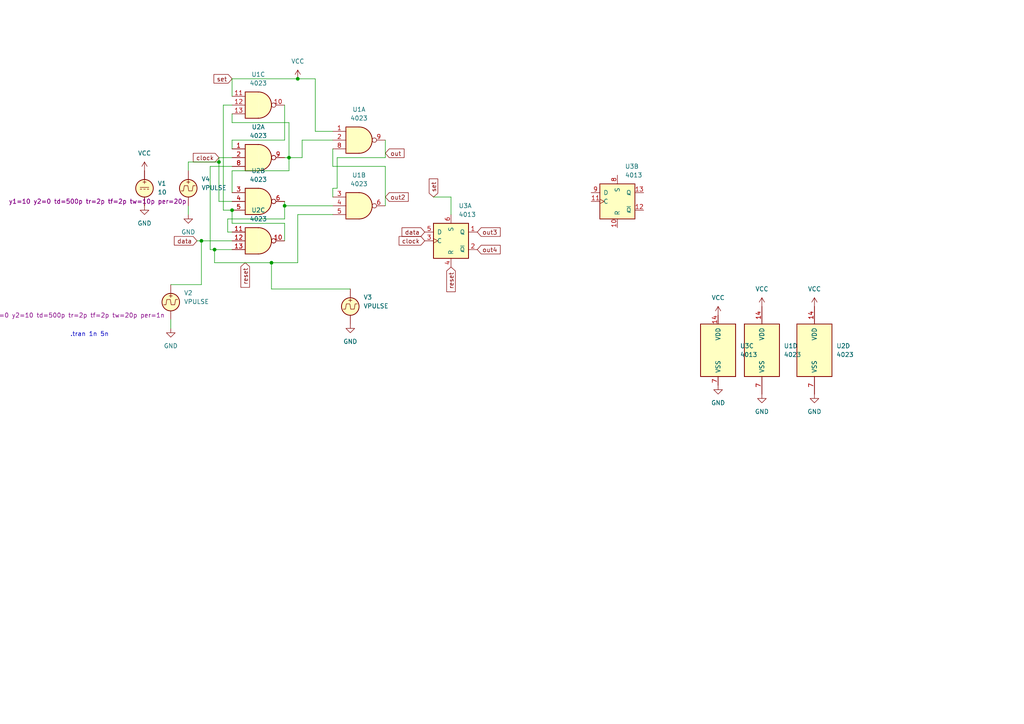
<source format=kicad_sch>
(kicad_sch
	(version 20231120)
	(generator "eeschema")
	(generator_version "8.0")
	(uuid "df67c224-0ee1-4bf8-96da-ce24f0954a91")
	(paper "A4")
	(lib_symbols
		(symbol "4xxx:4013"
			(pin_names
				(offset 1.016)
			)
			(exclude_from_sim no)
			(in_bom yes)
			(on_board yes)
			(property "Reference" "U"
				(at -7.62 8.89 0)
				(effects
					(font
						(size 1.27 1.27)
					)
				)
			)
			(property "Value" "4013"
				(at -7.62 -8.89 0)
				(effects
					(font
						(size 1.27 1.27)
					)
				)
			)
			(property "Footprint" ""
				(at 0 0 0)
				(effects
					(font
						(size 1.27 1.27)
					)
					(hide yes)
				)
			)
			(property "Datasheet" "http://www.onsemi.com/pub/Collateral/MC14013B-D.PDF"
				(at 0 0 0)
				(effects
					(font
						(size 1.27 1.27)
					)
					(hide yes)
				)
			)
			(property "Description" "Dual D  FlipFlop, Set & reset"
				(at 0 0 0)
				(effects
					(font
						(size 1.27 1.27)
					)
					(hide yes)
				)
			)
			(property "ki_locked" ""
				(at 0 0 0)
				(effects
					(font
						(size 1.27 1.27)
					)
				)
			)
			(property "ki_keywords" "CMOS DFF"
				(at 0 0 0)
				(effects
					(font
						(size 1.27 1.27)
					)
					(hide yes)
				)
			)
			(property "ki_fp_filters" "DIP*W7.62mm* SOIC*3.9x9.9mm*P1.27mm* TSSOP*4.4x5mm*P0.65mm*"
				(at 0 0 0)
				(effects
					(font
						(size 1.27 1.27)
					)
					(hide yes)
				)
			)
			(symbol "4013_1_1"
				(rectangle
					(start -5.08 5.08)
					(end 5.08 -5.08)
					(stroke
						(width 0.254)
						(type default)
					)
					(fill
						(type background)
					)
				)
				(pin output line
					(at 7.62 2.54 180)
					(length 2.54)
					(name "Q"
						(effects
							(font
								(size 1.27 1.27)
							)
						)
					)
					(number "1"
						(effects
							(font
								(size 1.27 1.27)
							)
						)
					)
				)
				(pin output line
					(at 7.62 -2.54 180)
					(length 2.54)
					(name "~{Q}"
						(effects
							(font
								(size 1.27 1.27)
							)
						)
					)
					(number "2"
						(effects
							(font
								(size 1.27 1.27)
							)
						)
					)
				)
				(pin input clock
					(at -7.62 0 0)
					(length 2.54)
					(name "C"
						(effects
							(font
								(size 1.27 1.27)
							)
						)
					)
					(number "3"
						(effects
							(font
								(size 1.27 1.27)
							)
						)
					)
				)
				(pin input line
					(at 0 -7.62 90)
					(length 2.54)
					(name "R"
						(effects
							(font
								(size 1.27 1.27)
							)
						)
					)
					(number "4"
						(effects
							(font
								(size 1.27 1.27)
							)
						)
					)
				)
				(pin input line
					(at -7.62 2.54 0)
					(length 2.54)
					(name "D"
						(effects
							(font
								(size 1.27 1.27)
							)
						)
					)
					(number "5"
						(effects
							(font
								(size 1.27 1.27)
							)
						)
					)
				)
				(pin input line
					(at 0 7.62 270)
					(length 2.54)
					(name "S"
						(effects
							(font
								(size 1.27 1.27)
							)
						)
					)
					(number "6"
						(effects
							(font
								(size 1.27 1.27)
							)
						)
					)
				)
			)
			(symbol "4013_2_1"
				(rectangle
					(start -5.08 5.08)
					(end 5.08 -5.08)
					(stroke
						(width 0.254)
						(type default)
					)
					(fill
						(type background)
					)
				)
				(pin input line
					(at 0 -7.62 90)
					(length 2.54)
					(name "R"
						(effects
							(font
								(size 1.27 1.27)
							)
						)
					)
					(number "10"
						(effects
							(font
								(size 1.27 1.27)
							)
						)
					)
				)
				(pin input clock
					(at -7.62 0 0)
					(length 2.54)
					(name "C"
						(effects
							(font
								(size 1.27 1.27)
							)
						)
					)
					(number "11"
						(effects
							(font
								(size 1.27 1.27)
							)
						)
					)
				)
				(pin output line
					(at 7.62 -2.54 180)
					(length 2.54)
					(name "~{Q}"
						(effects
							(font
								(size 1.27 1.27)
							)
						)
					)
					(number "12"
						(effects
							(font
								(size 1.27 1.27)
							)
						)
					)
				)
				(pin output line
					(at 7.62 2.54 180)
					(length 2.54)
					(name "Q"
						(effects
							(font
								(size 1.27 1.27)
							)
						)
					)
					(number "13"
						(effects
							(font
								(size 1.27 1.27)
							)
						)
					)
				)
				(pin input line
					(at 0 7.62 270)
					(length 2.54)
					(name "S"
						(effects
							(font
								(size 1.27 1.27)
							)
						)
					)
					(number "8"
						(effects
							(font
								(size 1.27 1.27)
							)
						)
					)
				)
				(pin input line
					(at -7.62 2.54 0)
					(length 2.54)
					(name "D"
						(effects
							(font
								(size 1.27 1.27)
							)
						)
					)
					(number "9"
						(effects
							(font
								(size 1.27 1.27)
							)
						)
					)
				)
			)
			(symbol "4013_3_0"
				(pin power_in line
					(at 0 10.16 270)
					(length 2.54)
					(name "VDD"
						(effects
							(font
								(size 1.27 1.27)
							)
						)
					)
					(number "14"
						(effects
							(font
								(size 1.27 1.27)
							)
						)
					)
				)
				(pin power_in line
					(at 0 -10.16 90)
					(length 2.54)
					(name "VSS"
						(effects
							(font
								(size 1.27 1.27)
							)
						)
					)
					(number "7"
						(effects
							(font
								(size 1.27 1.27)
							)
						)
					)
				)
			)
			(symbol "4013_3_1"
				(rectangle
					(start -5.08 7.62)
					(end 5.08 -7.62)
					(stroke
						(width 0.254)
						(type default)
					)
					(fill
						(type background)
					)
				)
			)
		)
		(symbol "4xxx:4023"
			(pin_names
				(offset 1.016)
			)
			(exclude_from_sim no)
			(in_bom yes)
			(on_board yes)
			(property "Reference" "U"
				(at 0 1.27 0)
				(effects
					(font
						(size 1.27 1.27)
					)
				)
			)
			(property "Value" "4023"
				(at 0 -1.27 0)
				(effects
					(font
						(size 1.27 1.27)
					)
				)
			)
			(property "Footprint" ""
				(at 0 0 0)
				(effects
					(font
						(size 1.27 1.27)
					)
					(hide yes)
				)
			)
			(property "Datasheet" "http://www.intersil.com/content/dam/Intersil/documents/cd40/cd4011bms-12bms-23bms.pdf"
				(at 0 0 0)
				(effects
					(font
						(size 1.27 1.27)
					)
					(hide yes)
				)
			)
			(property "Description" "Triple Nand 3 inputs"
				(at 0 0 0)
				(effects
					(font
						(size 1.27 1.27)
					)
					(hide yes)
				)
			)
			(property "ki_locked" ""
				(at 0 0 0)
				(effects
					(font
						(size 1.27 1.27)
					)
				)
			)
			(property "ki_keywords" "CMOS Nand3"
				(at 0 0 0)
				(effects
					(font
						(size 1.27 1.27)
					)
					(hide yes)
				)
			)
			(property "ki_fp_filters" "DIP?14*"
				(at 0 0 0)
				(effects
					(font
						(size 1.27 1.27)
					)
					(hide yes)
				)
			)
			(symbol "4023_1_1"
				(arc
					(start 0 -3.81)
					(mid 3.7934 0)
					(end 0 3.81)
					(stroke
						(width 0.254)
						(type default)
					)
					(fill
						(type background)
					)
				)
				(polyline
					(pts
						(xy 0 3.81) (xy -3.81 3.81) (xy -3.81 -3.81) (xy 0 -3.81)
					)
					(stroke
						(width 0.254)
						(type default)
					)
					(fill
						(type background)
					)
				)
				(pin input line
					(at -7.62 2.54 0)
					(length 3.81)
					(name "~"
						(effects
							(font
								(size 1.27 1.27)
							)
						)
					)
					(number "1"
						(effects
							(font
								(size 1.27 1.27)
							)
						)
					)
				)
				(pin input line
					(at -7.62 0 0)
					(length 3.81)
					(name "~"
						(effects
							(font
								(size 1.27 1.27)
							)
						)
					)
					(number "2"
						(effects
							(font
								(size 1.27 1.27)
							)
						)
					)
				)
				(pin input line
					(at -7.62 -2.54 0)
					(length 3.81)
					(name "~"
						(effects
							(font
								(size 1.27 1.27)
							)
						)
					)
					(number "8"
						(effects
							(font
								(size 1.27 1.27)
							)
						)
					)
				)
				(pin output inverted
					(at 7.62 0 180)
					(length 3.81)
					(name "~"
						(effects
							(font
								(size 1.27 1.27)
							)
						)
					)
					(number "9"
						(effects
							(font
								(size 1.27 1.27)
							)
						)
					)
				)
			)
			(symbol "4023_1_2"
				(arc
					(start -3.81 -3.81)
					(mid -2.589 0)
					(end -3.81 3.81)
					(stroke
						(width 0.254)
						(type default)
					)
					(fill
						(type none)
					)
				)
				(arc
					(start -0.6096 -3.81)
					(mid 2.1842 -2.5851)
					(end 3.81 0)
					(stroke
						(width 0.254)
						(type default)
					)
					(fill
						(type background)
					)
				)
				(polyline
					(pts
						(xy -3.81 -3.81) (xy -0.635 -3.81)
					)
					(stroke
						(width 0.254)
						(type default)
					)
					(fill
						(type background)
					)
				)
				(polyline
					(pts
						(xy -3.81 3.81) (xy -0.635 3.81)
					)
					(stroke
						(width 0.254)
						(type default)
					)
					(fill
						(type background)
					)
				)
				(polyline
					(pts
						(xy -0.635 3.81) (xy -3.81 3.81) (xy -3.81 3.81) (xy -3.556 3.4036) (xy -3.0226 2.2606) (xy -2.6924 1.0414)
						(xy -2.6162 -0.254) (xy -2.7686 -1.4986) (xy -3.175 -2.7178) (xy -3.81 -3.81) (xy -3.81 -3.81)
						(xy -0.635 -3.81)
					)
					(stroke
						(width -25.4)
						(type default)
					)
					(fill
						(type background)
					)
				)
				(arc
					(start 3.81 0)
					(mid 2.1915 2.5936)
					(end -0.6096 3.81)
					(stroke
						(width 0.254)
						(type default)
					)
					(fill
						(type background)
					)
				)
				(pin input inverted
					(at -7.62 2.54 0)
					(length 4.318)
					(name "~"
						(effects
							(font
								(size 1.27 1.27)
							)
						)
					)
					(number "1"
						(effects
							(font
								(size 1.27 1.27)
							)
						)
					)
				)
				(pin input inverted
					(at -7.62 0 0)
					(length 4.953)
					(name "~"
						(effects
							(font
								(size 1.27 1.27)
							)
						)
					)
					(number "2"
						(effects
							(font
								(size 1.27 1.27)
							)
						)
					)
				)
				(pin input inverted
					(at -7.62 -2.54 0)
					(length 4.318)
					(name "~"
						(effects
							(font
								(size 1.27 1.27)
							)
						)
					)
					(number "8"
						(effects
							(font
								(size 1.27 1.27)
							)
						)
					)
				)
				(pin output line
					(at 7.62 0 180)
					(length 3.81)
					(name "~"
						(effects
							(font
								(size 1.27 1.27)
							)
						)
					)
					(number "9"
						(effects
							(font
								(size 1.27 1.27)
							)
						)
					)
				)
			)
			(symbol "4023_2_1"
				(arc
					(start 0 -3.81)
					(mid 3.7934 0)
					(end 0 3.81)
					(stroke
						(width 0.254)
						(type default)
					)
					(fill
						(type background)
					)
				)
				(polyline
					(pts
						(xy 0 3.81) (xy -3.81 3.81) (xy -3.81 -3.81) (xy 0 -3.81)
					)
					(stroke
						(width 0.254)
						(type default)
					)
					(fill
						(type background)
					)
				)
				(pin input line
					(at -7.62 2.54 0)
					(length 3.81)
					(name "~"
						(effects
							(font
								(size 1.27 1.27)
							)
						)
					)
					(number "3"
						(effects
							(font
								(size 1.27 1.27)
							)
						)
					)
				)
				(pin input line
					(at -7.62 0 0)
					(length 3.81)
					(name "~"
						(effects
							(font
								(size 1.27 1.27)
							)
						)
					)
					(number "4"
						(effects
							(font
								(size 1.27 1.27)
							)
						)
					)
				)
				(pin input line
					(at -7.62 -2.54 0)
					(length 3.81)
					(name "~"
						(effects
							(font
								(size 1.27 1.27)
							)
						)
					)
					(number "5"
						(effects
							(font
								(size 1.27 1.27)
							)
						)
					)
				)
				(pin output inverted
					(at 7.62 0 180)
					(length 3.81)
					(name "~"
						(effects
							(font
								(size 1.27 1.27)
							)
						)
					)
					(number "6"
						(effects
							(font
								(size 1.27 1.27)
							)
						)
					)
				)
			)
			(symbol "4023_2_2"
				(arc
					(start -3.81 -3.81)
					(mid -2.589 0)
					(end -3.81 3.81)
					(stroke
						(width 0.254)
						(type default)
					)
					(fill
						(type none)
					)
				)
				(arc
					(start -0.6096 -3.81)
					(mid 2.1842 -2.5851)
					(end 3.81 0)
					(stroke
						(width 0.254)
						(type default)
					)
					(fill
						(type background)
					)
				)
				(polyline
					(pts
						(xy -3.81 -3.81) (xy -0.635 -3.81)
					)
					(stroke
						(width 0.254)
						(type default)
					)
					(fill
						(type background)
					)
				)
				(polyline
					(pts
						(xy -3.81 3.81) (xy -0.635 3.81)
					)
					(stroke
						(width 0.254)
						(type default)
					)
					(fill
						(type background)
					)
				)
				(polyline
					(pts
						(xy -0.635 3.81) (xy -3.81 3.81) (xy -3.81 3.81) (xy -3.556 3.4036) (xy -3.0226 2.2606) (xy -2.6924 1.0414)
						(xy -2.6162 -0.254) (xy -2.7686 -1.4986) (xy -3.175 -2.7178) (xy -3.81 -3.81) (xy -3.81 -3.81)
						(xy -0.635 -3.81)
					)
					(stroke
						(width -25.4)
						(type default)
					)
					(fill
						(type background)
					)
				)
				(arc
					(start 3.81 0)
					(mid 2.1915 2.5936)
					(end -0.6096 3.81)
					(stroke
						(width 0.254)
						(type default)
					)
					(fill
						(type background)
					)
				)
				(pin input inverted
					(at -7.62 2.54 0)
					(length 4.318)
					(name "~"
						(effects
							(font
								(size 1.27 1.27)
							)
						)
					)
					(number "3"
						(effects
							(font
								(size 1.27 1.27)
							)
						)
					)
				)
				(pin input inverted
					(at -7.62 0 0)
					(length 4.953)
					(name "~"
						(effects
							(font
								(size 1.27 1.27)
							)
						)
					)
					(number "4"
						(effects
							(font
								(size 1.27 1.27)
							)
						)
					)
				)
				(pin input inverted
					(at -7.62 -2.54 0)
					(length 4.318)
					(name "~"
						(effects
							(font
								(size 1.27 1.27)
							)
						)
					)
					(number "5"
						(effects
							(font
								(size 1.27 1.27)
							)
						)
					)
				)
				(pin output line
					(at 7.62 0 180)
					(length 3.81)
					(name "~"
						(effects
							(font
								(size 1.27 1.27)
							)
						)
					)
					(number "6"
						(effects
							(font
								(size 1.27 1.27)
							)
						)
					)
				)
			)
			(symbol "4023_3_1"
				(arc
					(start 0 -3.81)
					(mid 3.7934 0)
					(end 0 3.81)
					(stroke
						(width 0.254)
						(type default)
					)
					(fill
						(type background)
					)
				)
				(polyline
					(pts
						(xy 0 3.81) (xy -3.81 3.81) (xy -3.81 -3.81) (xy 0 -3.81)
					)
					(stroke
						(width 0.254)
						(type default)
					)
					(fill
						(type background)
					)
				)
				(pin output inverted
					(at 7.62 0 180)
					(length 3.81)
					(name "~"
						(effects
							(font
								(size 1.27 1.27)
							)
						)
					)
					(number "10"
						(effects
							(font
								(size 1.27 1.27)
							)
						)
					)
				)
				(pin input line
					(at -7.62 2.54 0)
					(length 3.81)
					(name "~"
						(effects
							(font
								(size 1.27 1.27)
							)
						)
					)
					(number "11"
						(effects
							(font
								(size 1.27 1.27)
							)
						)
					)
				)
				(pin input line
					(at -7.62 0 0)
					(length 3.81)
					(name "~"
						(effects
							(font
								(size 1.27 1.27)
							)
						)
					)
					(number "12"
						(effects
							(font
								(size 1.27 1.27)
							)
						)
					)
				)
				(pin input line
					(at -7.62 -2.54 0)
					(length 3.81)
					(name "~"
						(effects
							(font
								(size 1.27 1.27)
							)
						)
					)
					(number "13"
						(effects
							(font
								(size 1.27 1.27)
							)
						)
					)
				)
			)
			(symbol "4023_3_2"
				(arc
					(start -3.81 -3.81)
					(mid -2.589 0)
					(end -3.81 3.81)
					(stroke
						(width 0.254)
						(type default)
					)
					(fill
						(type none)
					)
				)
				(arc
					(start -0.6096 -3.81)
					(mid 2.1842 -2.5851)
					(end 3.81 0)
					(stroke
						(width 0.254)
						(type default)
					)
					(fill
						(type background)
					)
				)
				(polyline
					(pts
						(xy -3.81 -3.81) (xy -0.635 -3.81)
					)
					(stroke
						(width 0.254)
						(type default)
					)
					(fill
						(type background)
					)
				)
				(polyline
					(pts
						(xy -3.81 3.81) (xy -0.635 3.81)
					)
					(stroke
						(width 0.254)
						(type default)
					)
					(fill
						(type background)
					)
				)
				(polyline
					(pts
						(xy -0.635 3.81) (xy -3.81 3.81) (xy -3.81 3.81) (xy -3.556 3.4036) (xy -3.0226 2.2606) (xy -2.6924 1.0414)
						(xy -2.6162 -0.254) (xy -2.7686 -1.4986) (xy -3.175 -2.7178) (xy -3.81 -3.81) (xy -3.81 -3.81)
						(xy -0.635 -3.81)
					)
					(stroke
						(width -25.4)
						(type default)
					)
					(fill
						(type background)
					)
				)
				(arc
					(start 3.81 0)
					(mid 2.1915 2.5936)
					(end -0.6096 3.81)
					(stroke
						(width 0.254)
						(type default)
					)
					(fill
						(type background)
					)
				)
				(pin output line
					(at 7.62 0 180)
					(length 3.81)
					(name "~"
						(effects
							(font
								(size 1.27 1.27)
							)
						)
					)
					(number "10"
						(effects
							(font
								(size 1.27 1.27)
							)
						)
					)
				)
				(pin input inverted
					(at -7.62 2.54 0)
					(length 4.318)
					(name "~"
						(effects
							(font
								(size 1.27 1.27)
							)
						)
					)
					(number "11"
						(effects
							(font
								(size 1.27 1.27)
							)
						)
					)
				)
				(pin input inverted
					(at -7.62 0 0)
					(length 4.953)
					(name "~"
						(effects
							(font
								(size 1.27 1.27)
							)
						)
					)
					(number "12"
						(effects
							(font
								(size 1.27 1.27)
							)
						)
					)
				)
				(pin input inverted
					(at -7.62 -2.54 0)
					(length 4.318)
					(name "~"
						(effects
							(font
								(size 1.27 1.27)
							)
						)
					)
					(number "13"
						(effects
							(font
								(size 1.27 1.27)
							)
						)
					)
				)
			)
			(symbol "4023_4_0"
				(pin power_in line
					(at 0 12.7 270)
					(length 5.08)
					(name "VDD"
						(effects
							(font
								(size 1.27 1.27)
							)
						)
					)
					(number "14"
						(effects
							(font
								(size 1.27 1.27)
							)
						)
					)
				)
				(pin power_in line
					(at 0 -12.7 90)
					(length 5.08)
					(name "VSS"
						(effects
							(font
								(size 1.27 1.27)
							)
						)
					)
					(number "7"
						(effects
							(font
								(size 1.27 1.27)
							)
						)
					)
				)
			)
			(symbol "4023_4_1"
				(rectangle
					(start -5.08 7.62)
					(end 5.08 -7.62)
					(stroke
						(width 0.254)
						(type default)
					)
					(fill
						(type background)
					)
				)
			)
		)
		(symbol "Simulation_SPICE:VDC"
			(pin_numbers hide)
			(pin_names
				(offset 0.0254)
			)
			(exclude_from_sim no)
			(in_bom yes)
			(on_board yes)
			(property "Reference" "V"
				(at 2.54 2.54 0)
				(effects
					(font
						(size 1.27 1.27)
					)
					(justify left)
				)
			)
			(property "Value" "1"
				(at 2.54 0 0)
				(effects
					(font
						(size 1.27 1.27)
					)
					(justify left)
				)
			)
			(property "Footprint" ""
				(at 0 0 0)
				(effects
					(font
						(size 1.27 1.27)
					)
					(hide yes)
				)
			)
			(property "Datasheet" "~"
				(at 0 0 0)
				(effects
					(font
						(size 1.27 1.27)
					)
					(hide yes)
				)
			)
			(property "Description" "Voltage source, DC"
				(at 0 0 0)
				(effects
					(font
						(size 1.27 1.27)
					)
					(hide yes)
				)
			)
			(property "Sim.Pins" "1=+ 2=-"
				(at 0 0 0)
				(effects
					(font
						(size 1.27 1.27)
					)
					(hide yes)
				)
			)
			(property "Sim.Type" "DC"
				(at 0 0 0)
				(effects
					(font
						(size 1.27 1.27)
					)
					(hide yes)
				)
			)
			(property "Sim.Device" "V"
				(at 0 0 0)
				(effects
					(font
						(size 1.27 1.27)
					)
					(justify left)
					(hide yes)
				)
			)
			(property "ki_keywords" "simulation"
				(at 0 0 0)
				(effects
					(font
						(size 1.27 1.27)
					)
					(hide yes)
				)
			)
			(symbol "VDC_0_0"
				(polyline
					(pts
						(xy -1.27 0.254) (xy 1.27 0.254)
					)
					(stroke
						(width 0)
						(type default)
					)
					(fill
						(type none)
					)
				)
				(polyline
					(pts
						(xy -0.762 -0.254) (xy -1.27 -0.254)
					)
					(stroke
						(width 0)
						(type default)
					)
					(fill
						(type none)
					)
				)
				(polyline
					(pts
						(xy 0.254 -0.254) (xy -0.254 -0.254)
					)
					(stroke
						(width 0)
						(type default)
					)
					(fill
						(type none)
					)
				)
				(polyline
					(pts
						(xy 1.27 -0.254) (xy 0.762 -0.254)
					)
					(stroke
						(width 0)
						(type default)
					)
					(fill
						(type none)
					)
				)
				(text "+"
					(at 0 1.905 0)
					(effects
						(font
							(size 1.27 1.27)
						)
					)
				)
			)
			(symbol "VDC_0_1"
				(circle
					(center 0 0)
					(radius 2.54)
					(stroke
						(width 0.254)
						(type default)
					)
					(fill
						(type background)
					)
				)
			)
			(symbol "VDC_1_1"
				(pin passive line
					(at 0 5.08 270)
					(length 2.54)
					(name "~"
						(effects
							(font
								(size 1.27 1.27)
							)
						)
					)
					(number "1"
						(effects
							(font
								(size 1.27 1.27)
							)
						)
					)
				)
				(pin passive line
					(at 0 -5.08 90)
					(length 2.54)
					(name "~"
						(effects
							(font
								(size 1.27 1.27)
							)
						)
					)
					(number "2"
						(effects
							(font
								(size 1.27 1.27)
							)
						)
					)
				)
			)
		)
		(symbol "Simulation_SPICE:VPULSE"
			(pin_numbers hide)
			(pin_names
				(offset 0.0254)
			)
			(exclude_from_sim no)
			(in_bom yes)
			(on_board yes)
			(property "Reference" "V"
				(at 2.54 2.54 0)
				(effects
					(font
						(size 1.27 1.27)
					)
					(justify left)
				)
			)
			(property "Value" "VPULSE"
				(at 2.54 0 0)
				(effects
					(font
						(size 1.27 1.27)
					)
					(justify left)
				)
			)
			(property "Footprint" ""
				(at 0 0 0)
				(effects
					(font
						(size 1.27 1.27)
					)
					(hide yes)
				)
			)
			(property "Datasheet" "~"
				(at 0 0 0)
				(effects
					(font
						(size 1.27 1.27)
					)
					(hide yes)
				)
			)
			(property "Description" "Voltage source, pulse"
				(at 0 0 0)
				(effects
					(font
						(size 1.27 1.27)
					)
					(hide yes)
				)
			)
			(property "Sim.Pins" "1=+ 2=-"
				(at 0 0 0)
				(effects
					(font
						(size 1.27 1.27)
					)
					(hide yes)
				)
			)
			(property "Sim.Type" "PULSE"
				(at 0 0 0)
				(effects
					(font
						(size 1.27 1.27)
					)
					(hide yes)
				)
			)
			(property "Sim.Device" "V"
				(at 0 0 0)
				(effects
					(font
						(size 1.27 1.27)
					)
					(justify left)
					(hide yes)
				)
			)
			(property "Sim.Params" "y1=0 y2=1 td=2n tr=2n tf=2n tw=50n per=100n"
				(at 2.54 -2.54 0)
				(effects
					(font
						(size 1.27 1.27)
					)
					(justify left)
				)
			)
			(property "ki_keywords" "simulation"
				(at 0 0 0)
				(effects
					(font
						(size 1.27 1.27)
					)
					(hide yes)
				)
			)
			(symbol "VPULSE_0_0"
				(polyline
					(pts
						(xy -2.032 -0.762) (xy -1.397 -0.762) (xy -1.143 0.762) (xy -0.127 0.762) (xy 0.127 -0.762) (xy 1.143 -0.762)
						(xy 1.397 0.762) (xy 2.032 0.762)
					)
					(stroke
						(width 0)
						(type default)
					)
					(fill
						(type none)
					)
				)
				(text "+"
					(at 0 1.905 0)
					(effects
						(font
							(size 1.27 1.27)
						)
					)
				)
			)
			(symbol "VPULSE_0_1"
				(circle
					(center 0 0)
					(radius 2.54)
					(stroke
						(width 0.254)
						(type default)
					)
					(fill
						(type background)
					)
				)
			)
			(symbol "VPULSE_1_1"
				(pin passive line
					(at 0 5.08 270)
					(length 2.54)
					(name "~"
						(effects
							(font
								(size 1.27 1.27)
							)
						)
					)
					(number "1"
						(effects
							(font
								(size 1.27 1.27)
							)
						)
					)
				)
				(pin passive line
					(at 0 -5.08 90)
					(length 2.54)
					(name "~"
						(effects
							(font
								(size 1.27 1.27)
							)
						)
					)
					(number "2"
						(effects
							(font
								(size 1.27 1.27)
							)
						)
					)
				)
			)
		)
		(symbol "power:GND"
			(power)
			(pin_names
				(offset 0)
			)
			(exclude_from_sim no)
			(in_bom yes)
			(on_board yes)
			(property "Reference" "#PWR"
				(at 0 -6.35 0)
				(effects
					(font
						(size 1.27 1.27)
					)
					(hide yes)
				)
			)
			(property "Value" "GND"
				(at 0 -3.81 0)
				(effects
					(font
						(size 1.27 1.27)
					)
				)
			)
			(property "Footprint" ""
				(at 0 0 0)
				(effects
					(font
						(size 1.27 1.27)
					)
					(hide yes)
				)
			)
			(property "Datasheet" ""
				(at 0 0 0)
				(effects
					(font
						(size 1.27 1.27)
					)
					(hide yes)
				)
			)
			(property "Description" "Power symbol creates a global label with name \"GND\" , ground"
				(at 0 0 0)
				(effects
					(font
						(size 1.27 1.27)
					)
					(hide yes)
				)
			)
			(property "ki_keywords" "global power"
				(at 0 0 0)
				(effects
					(font
						(size 1.27 1.27)
					)
					(hide yes)
				)
			)
			(symbol "GND_0_1"
				(polyline
					(pts
						(xy 0 0) (xy 0 -1.27) (xy 1.27 -1.27) (xy 0 -2.54) (xy -1.27 -1.27) (xy 0 -1.27)
					)
					(stroke
						(width 0)
						(type default)
					)
					(fill
						(type none)
					)
				)
			)
			(symbol "GND_1_1"
				(pin power_in line
					(at 0 0 270)
					(length 0) hide
					(name "GND"
						(effects
							(font
								(size 1.27 1.27)
							)
						)
					)
					(number "1"
						(effects
							(font
								(size 1.27 1.27)
							)
						)
					)
				)
			)
		)
		(symbol "power:VCC"
			(power)
			(pin_names
				(offset 0)
			)
			(exclude_from_sim no)
			(in_bom yes)
			(on_board yes)
			(property "Reference" "#PWR"
				(at 0 -3.81 0)
				(effects
					(font
						(size 1.27 1.27)
					)
					(hide yes)
				)
			)
			(property "Value" "VCC"
				(at 0 3.81 0)
				(effects
					(font
						(size 1.27 1.27)
					)
				)
			)
			(property "Footprint" ""
				(at 0 0 0)
				(effects
					(font
						(size 1.27 1.27)
					)
					(hide yes)
				)
			)
			(property "Datasheet" ""
				(at 0 0 0)
				(effects
					(font
						(size 1.27 1.27)
					)
					(hide yes)
				)
			)
			(property "Description" "Power symbol creates a global label with name \"VCC\""
				(at 0 0 0)
				(effects
					(font
						(size 1.27 1.27)
					)
					(hide yes)
				)
			)
			(property "ki_keywords" "global power"
				(at 0 0 0)
				(effects
					(font
						(size 1.27 1.27)
					)
					(hide yes)
				)
			)
			(symbol "VCC_0_1"
				(polyline
					(pts
						(xy -0.762 1.27) (xy 0 2.54)
					)
					(stroke
						(width 0)
						(type default)
					)
					(fill
						(type none)
					)
				)
				(polyline
					(pts
						(xy 0 0) (xy 0 2.54)
					)
					(stroke
						(width 0)
						(type default)
					)
					(fill
						(type none)
					)
				)
				(polyline
					(pts
						(xy 0 2.54) (xy 0.762 1.27)
					)
					(stroke
						(width 0)
						(type default)
					)
					(fill
						(type none)
					)
				)
			)
			(symbol "VCC_1_1"
				(pin power_in line
					(at 0 0 90)
					(length 0) hide
					(name "VCC"
						(effects
							(font
								(size 1.27 1.27)
							)
						)
					)
					(number "1"
						(effects
							(font
								(size 1.27 1.27)
							)
						)
					)
				)
			)
		)
	)
	(junction
		(at 67.31 60.96)
		(diameter 0)
		(color 0 0 0 0)
		(uuid "0861ace7-e7ec-4895-9851-b8abd3ae61b0")
	)
	(junction
		(at 86.36 22.86)
		(diameter 0)
		(color 0 0 0 0)
		(uuid "3277bcf0-e5f7-4ce2-95ad-908938d28237")
	)
	(junction
		(at 82.55 59.69)
		(diameter 0)
		(color 0 0 0 0)
		(uuid "4adc710a-19d9-4a55-a9ac-e13660542460")
	)
	(junction
		(at 63.5 46.99)
		(diameter 0)
		(color 0 0 0 0)
		(uuid "58b97d88-7715-4a74-a776-cc803cea326f")
	)
	(junction
		(at 62.23 72.39)
		(diameter 0)
		(color 0 0 0 0)
		(uuid "7500ceae-fa78-46ac-b613-3656ca9e8f9a")
	)
	(junction
		(at 83.82 45.72)
		(diameter 0)
		(color 0 0 0 0)
		(uuid "9bd46f2e-6e01-4b10-9389-32bcfa20a578")
	)
	(junction
		(at 78.74 76.2)
		(diameter 0)
		(color 0 0 0 0)
		(uuid "dd4c8af7-721d-4e63-8e84-605db1d91652")
	)
	(junction
		(at 58.42 69.85)
		(diameter 0)
		(color 0 0 0 0)
		(uuid "ed932891-cac4-4fea-8724-c7cd699e09ce")
	)
	(wire
		(pts
			(xy 78.74 83.82) (xy 101.6 83.82)
		)
		(stroke
			(width 0)
			(type default)
		)
		(uuid "00a99f61-631e-4432-9c9f-015e69d78e93")
	)
	(wire
		(pts
			(xy 60.96 48.26) (xy 60.96 72.39)
		)
		(stroke
			(width 0)
			(type default)
		)
		(uuid "00addb28-788d-4354-9ed4-36349e6e2f7f")
	)
	(wire
		(pts
			(xy 83.82 49.53) (xy 83.82 45.72)
		)
		(stroke
			(width 0)
			(type default)
		)
		(uuid "04b00395-63a7-4d74-a4f5-acf0cd0b7482")
	)
	(wire
		(pts
			(xy 64.77 60.96) (xy 67.31 60.96)
		)
		(stroke
			(width 0)
			(type default)
		)
		(uuid "10121b22-b614-4dbc-acc9-1ed2c6b5768f")
	)
	(wire
		(pts
			(xy 130.81 62.23) (xy 130.81 57.15)
		)
		(stroke
			(width 0)
			(type default)
		)
		(uuid "1a723454-a4a5-439b-8f57-62b81feb544d")
	)
	(wire
		(pts
			(xy 57.15 69.85) (xy 58.42 69.85)
		)
		(stroke
			(width 0)
			(type default)
		)
		(uuid "1e46ceb8-98fc-4a7b-a782-8145c578f3d1")
	)
	(wire
		(pts
			(xy 82.55 59.69) (xy 96.52 59.69)
		)
		(stroke
			(width 0)
			(type default)
		)
		(uuid "247f803b-e0cb-46e3-bee7-a37d9b511ad1")
	)
	(wire
		(pts
			(xy 82.55 69.85) (xy 82.55 64.77)
		)
		(stroke
			(width 0)
			(type default)
		)
		(uuid "2fe69278-a035-4e47-bbf0-eccc4085b877")
	)
	(wire
		(pts
			(xy 111.76 40.64) (xy 111.76 45.72)
		)
		(stroke
			(width 0)
			(type default)
		)
		(uuid "326791b0-8a78-449d-9bd1-994be99cc6ee")
	)
	(wire
		(pts
			(xy 60.96 72.39) (xy 62.23 72.39)
		)
		(stroke
			(width 0)
			(type default)
		)
		(uuid "3529abdb-1102-4152-8d5a-8865e7f28056")
	)
	(wire
		(pts
			(xy 66.04 67.31) (xy 67.31 67.31)
		)
		(stroke
			(width 0)
			(type default)
		)
		(uuid "3c360339-437b-487c-9e1d-b90b27c81180")
	)
	(wire
		(pts
			(xy 97.79 45.72) (xy 97.79 54.61)
		)
		(stroke
			(width 0)
			(type default)
		)
		(uuid "3c8d6af9-eb13-4976-ad76-87c57aead3a0")
	)
	(wire
		(pts
			(xy 96.52 40.64) (xy 87.63 40.64)
		)
		(stroke
			(width 0)
			(type default)
		)
		(uuid "42996d3b-e541-4799-ae97-177eeba8d84b")
	)
	(wire
		(pts
			(xy 54.61 46.99) (xy 63.5 46.99)
		)
		(stroke
			(width 0)
			(type default)
		)
		(uuid "44d3eae8-88fa-434f-affa-80069122244d")
	)
	(wire
		(pts
			(xy 54.61 49.53) (xy 54.61 46.99)
		)
		(stroke
			(width 0)
			(type default)
		)
		(uuid "459b5c22-cc81-4c86-b986-5959538913cb")
	)
	(wire
		(pts
			(xy 67.31 48.26) (xy 60.96 48.26)
		)
		(stroke
			(width 0)
			(type default)
		)
		(uuid "4930d093-d74b-4071-b660-94c41fdf60f7")
	)
	(wire
		(pts
			(xy 54.61 59.69) (xy 54.61 62.23)
		)
		(stroke
			(width 0)
			(type default)
		)
		(uuid "4d40f129-0216-4ab9-895b-0360547a5dcd")
	)
	(wire
		(pts
			(xy 67.31 30.48) (xy 64.77 30.48)
		)
		(stroke
			(width 0)
			(type default)
		)
		(uuid "4e71dde4-120c-48e7-bd3c-271e34ec8216")
	)
	(wire
		(pts
			(xy 91.44 38.1) (xy 91.44 22.86)
		)
		(stroke
			(width 0)
			(type default)
		)
		(uuid "510685a2-b199-41d3-9f7c-32b1f2613f8b")
	)
	(wire
		(pts
			(xy 67.31 35.56) (xy 67.31 33.02)
		)
		(stroke
			(width 0)
			(type default)
		)
		(uuid "564b13f1-2955-49cc-a6cf-16341128d00b")
	)
	(wire
		(pts
			(xy 82.55 63.5) (xy 66.04 63.5)
		)
		(stroke
			(width 0)
			(type default)
		)
		(uuid "5878a996-b1a3-4d8a-b4fe-0f95caeb2b0d")
	)
	(wire
		(pts
			(xy 86.36 62.23) (xy 96.52 62.23)
		)
		(stroke
			(width 0)
			(type default)
		)
		(uuid "5a0f0a58-7e92-4d6d-b064-e55c7146c1de")
	)
	(wire
		(pts
			(xy 82.55 30.48) (xy 82.55 40.64)
		)
		(stroke
			(width 0)
			(type default)
		)
		(uuid "6b277917-6c98-4537-a69e-713e2c728d92")
	)
	(wire
		(pts
			(xy 58.42 69.85) (xy 67.31 69.85)
		)
		(stroke
			(width 0)
			(type default)
		)
		(uuid "6b2ed75d-32a7-4acf-b245-194974ea6449")
	)
	(wire
		(pts
			(xy 67.31 40.64) (xy 67.31 43.18)
		)
		(stroke
			(width 0)
			(type default)
		)
		(uuid "6d5f2dfd-5410-48a1-9e34-ca2f76a9062c")
	)
	(wire
		(pts
			(xy 62.23 72.39) (xy 67.31 72.39)
		)
		(stroke
			(width 0)
			(type default)
		)
		(uuid "72c65fa3-9dd4-46a7-b450-5e06d8b8026f")
	)
	(wire
		(pts
			(xy 62.23 72.39) (xy 62.23 76.2)
		)
		(stroke
			(width 0)
			(type default)
		)
		(uuid "74670fe5-ebf9-491a-8070-a29bb86a1f04")
	)
	(wire
		(pts
			(xy 64.77 30.48) (xy 64.77 60.96)
		)
		(stroke
			(width 0)
			(type default)
		)
		(uuid "78168506-7c7c-49f4-84af-c9d469810a0c")
	)
	(wire
		(pts
			(xy 63.5 45.72) (xy 67.31 45.72)
		)
		(stroke
			(width 0)
			(type default)
		)
		(uuid "7835aa05-cf46-45e5-bf51-9d607e0a60ca")
	)
	(wire
		(pts
			(xy 87.63 45.72) (xy 83.82 45.72)
		)
		(stroke
			(width 0)
			(type default)
		)
		(uuid "7df34013-11b2-4b06-b99b-e83fd57792c1")
	)
	(wire
		(pts
			(xy 49.53 82.55) (xy 58.42 82.55)
		)
		(stroke
			(width 0)
			(type default)
		)
		(uuid "848bd6f4-3391-4606-ab6e-01005973704f")
	)
	(wire
		(pts
			(xy 66.04 63.5) (xy 66.04 67.31)
		)
		(stroke
			(width 0)
			(type default)
		)
		(uuid "870635b4-aaba-4874-872d-a86b2d17511f")
	)
	(wire
		(pts
			(xy 67.31 22.86) (xy 67.31 27.94)
		)
		(stroke
			(width 0)
			(type default)
		)
		(uuid "8b340ae4-aeb2-430b-90f9-c779c0045699")
	)
	(wire
		(pts
			(xy 67.31 49.53) (xy 83.82 49.53)
		)
		(stroke
			(width 0)
			(type default)
		)
		(uuid "8c8962c7-610a-4cc1-9172-5a654d5ddad8")
	)
	(wire
		(pts
			(xy 87.63 40.64) (xy 87.63 45.72)
		)
		(stroke
			(width 0)
			(type default)
		)
		(uuid "9a0c7edf-8484-4b23-bd07-28fc5170eabf")
	)
	(wire
		(pts
			(xy 96.52 38.1) (xy 91.44 38.1)
		)
		(stroke
			(width 0)
			(type default)
		)
		(uuid "9be5e013-133e-4a79-921c-cfa7b109f411")
	)
	(wire
		(pts
			(xy 82.55 58.42) (xy 82.55 59.69)
		)
		(stroke
			(width 0)
			(type default)
		)
		(uuid "a7c3f310-ded8-44e5-8335-7de4f90561c7")
	)
	(wire
		(pts
			(xy 49.53 95.25) (xy 49.53 92.71)
		)
		(stroke
			(width 0)
			(type default)
		)
		(uuid "a90081ed-df09-4e7e-9abc-1412f626cc61")
	)
	(wire
		(pts
			(xy 78.74 76.2) (xy 62.23 76.2)
		)
		(stroke
			(width 0)
			(type default)
		)
		(uuid "a914537c-1a1c-4faf-82d1-2b0197622a0a")
	)
	(wire
		(pts
			(xy 82.55 59.69) (xy 82.55 63.5)
		)
		(stroke
			(width 0)
			(type default)
		)
		(uuid "a9528913-32d9-47bf-af71-8894e071bded")
	)
	(wire
		(pts
			(xy 63.5 58.42) (xy 63.5 46.99)
		)
		(stroke
			(width 0)
			(type default)
		)
		(uuid "ac6b390b-ff7f-4a0c-a293-56ef2185780c")
	)
	(wire
		(pts
			(xy 86.36 62.23) (xy 86.36 76.2)
		)
		(stroke
			(width 0)
			(type default)
		)
		(uuid "b2d0848b-4495-4404-b9e9-5ef0907f0bc6")
	)
	(wire
		(pts
			(xy 86.36 76.2) (xy 78.74 76.2)
		)
		(stroke
			(width 0)
			(type default)
		)
		(uuid "ba95be33-cc6b-497e-b6d2-fe1183f42652")
	)
	(wire
		(pts
			(xy 82.55 40.64) (xy 67.31 40.64)
		)
		(stroke
			(width 0)
			(type default)
		)
		(uuid "bf3b29c9-3ed5-40b6-95b4-7c1870947491")
	)
	(wire
		(pts
			(xy 111.76 45.72) (xy 97.79 45.72)
		)
		(stroke
			(width 0)
			(type default)
		)
		(uuid "c6cd69c9-cd53-4ec6-bf2f-f3235a398a44")
	)
	(wire
		(pts
			(xy 67.31 64.77) (xy 67.31 60.96)
		)
		(stroke
			(width 0)
			(type default)
		)
		(uuid "cc3da39e-7068-4238-ad90-88a08e0ff806")
	)
	(wire
		(pts
			(xy 86.36 22.86) (xy 67.31 22.86)
		)
		(stroke
			(width 0)
			(type default)
		)
		(uuid "ceba74a8-65e6-4260-9ebf-fe13f1f20df5")
	)
	(wire
		(pts
			(xy 96.52 54.61) (xy 96.52 57.15)
		)
		(stroke
			(width 0)
			(type default)
		)
		(uuid "cf02843e-e22c-4284-bc97-6ae2fab92ab9")
	)
	(wire
		(pts
			(xy 130.81 57.15) (xy 125.73 57.15)
		)
		(stroke
			(width 0)
			(type default)
		)
		(uuid "da511d62-12cc-4065-ab4e-21acbb116dbc")
	)
	(wire
		(pts
			(xy 82.55 64.77) (xy 67.31 64.77)
		)
		(stroke
			(width 0)
			(type default)
		)
		(uuid "db32a028-cb14-4c77-a460-f623b56d8f91")
	)
	(wire
		(pts
			(xy 111.76 48.26) (xy 96.52 48.26)
		)
		(stroke
			(width 0)
			(type default)
		)
		(uuid "e1b11a46-56bf-4af6-aac7-6b2c1e61f763")
	)
	(wire
		(pts
			(xy 82.55 45.72) (xy 83.82 45.72)
		)
		(stroke
			(width 0)
			(type default)
		)
		(uuid "e4c3a89e-f318-47e0-a236-51fc476d3f38")
	)
	(wire
		(pts
			(xy 78.74 83.82) (xy 78.74 76.2)
		)
		(stroke
			(width 0)
			(type default)
		)
		(uuid "e4d122c5-1cab-4634-ba0f-f41b206ab107")
	)
	(wire
		(pts
			(xy 67.31 58.42) (xy 63.5 58.42)
		)
		(stroke
			(width 0)
			(type default)
		)
		(uuid "e647274b-022b-4117-a042-aae7d3039080")
	)
	(wire
		(pts
			(xy 58.42 82.55) (xy 58.42 69.85)
		)
		(stroke
			(width 0)
			(type default)
		)
		(uuid "e8432d6e-9b28-4ad4-8d66-d89f76506365")
	)
	(wire
		(pts
			(xy 97.79 54.61) (xy 96.52 54.61)
		)
		(stroke
			(width 0)
			(type default)
		)
		(uuid "eb18a882-e1c6-436a-b8b2-5f2c28703282")
	)
	(wire
		(pts
			(xy 63.5 46.99) (xy 63.5 45.72)
		)
		(stroke
			(width 0)
			(type default)
		)
		(uuid "eb64c505-a770-493a-8eab-5b258fad6bba")
	)
	(wire
		(pts
			(xy 111.76 59.69) (xy 111.76 48.26)
		)
		(stroke
			(width 0)
			(type default)
		)
		(uuid "ed2b90d1-6b34-4c74-84d7-6a34cb3846d0")
	)
	(wire
		(pts
			(xy 83.82 35.56) (xy 67.31 35.56)
		)
		(stroke
			(width 0)
			(type default)
		)
		(uuid "ee05fd30-1587-4a0a-800b-f16b5340f68f")
	)
	(wire
		(pts
			(xy 67.31 55.88) (xy 67.31 49.53)
		)
		(stroke
			(width 0)
			(type default)
		)
		(uuid "f40ef69f-4b6d-44f6-869c-e56cda228a79")
	)
	(wire
		(pts
			(xy 96.52 48.26) (xy 96.52 43.18)
		)
		(stroke
			(width 0)
			(type default)
		)
		(uuid "f4c93bb9-ec26-44e5-98bf-f9eff2db60a2")
	)
	(wire
		(pts
			(xy 91.44 22.86) (xy 86.36 22.86)
		)
		(stroke
			(width 0)
			(type default)
		)
		(uuid "f7c9256f-72a1-448d-a6eb-0c97a01986e0")
	)
	(wire
		(pts
			(xy 83.82 45.72) (xy 83.82 35.56)
		)
		(stroke
			(width 0)
			(type default)
		)
		(uuid "faa3fe96-16f6-44ef-aa45-147aa6f2bb58")
	)
	(text ".tran 1n 5n\n"
		(exclude_from_sim no)
		(at 20.32 97.79 0)
		(effects
			(font
				(size 1.27 1.27)
			)
			(justify left bottom)
		)
		(uuid "f7db5a73-454c-4f95-a24c-708f1efc19e9")
	)
	(global_label "out4"
		(shape input)
		(at 138.43 72.39 0)
		(fields_autoplaced yes)
		(effects
			(font
				(size 1.27 1.27)
			)
			(justify left)
		)
		(uuid "0767a0b9-702a-48b2-aeed-58e05314dad7")
		(property "Intersheetrefs" "${INTERSHEET_REFS}"
			(at 145.6484 72.39 0)
			(effects
				(font
					(size 1.27 1.27)
				)
				(justify left)
				(hide yes)
			)
		)
	)
	(global_label "reset"
		(shape input)
		(at 71.12 76.2 270)
		(fields_autoplaced yes)
		(effects
			(font
				(size 1.27 1.27)
			)
			(justify right)
		)
		(uuid "28ac849d-a168-409a-871f-ceaad4d81e19")
		(property "Intersheetrefs" "${INTERSHEET_REFS}"
			(at 71.12 83.9024 90)
			(effects
				(font
					(size 1.27 1.27)
				)
				(justify right)
				(hide yes)
			)
		)
	)
	(global_label "out2"
		(shape input)
		(at 111.76 57.15 0)
		(fields_autoplaced yes)
		(effects
			(font
				(size 1.27 1.27)
			)
			(justify left)
		)
		(uuid "2cf341fa-01ac-421c-a966-160606ca768b")
		(property "Intersheetrefs" "${INTERSHEET_REFS}"
			(at 118.9784 57.15 0)
			(effects
				(font
					(size 1.27 1.27)
				)
				(justify left)
				(hide yes)
			)
		)
	)
	(global_label "out"
		(shape input)
		(at 111.76 44.45 0)
		(fields_autoplaced yes)
		(effects
			(font
				(size 1.27 1.27)
			)
			(justify left)
		)
		(uuid "3fdf682f-be5d-411d-acb5-3d3bf1ce8d8e")
		(property "Intersheetrefs" "${INTERSHEET_REFS}"
			(at 117.7689 44.45 0)
			(effects
				(font
					(size 1.27 1.27)
				)
				(justify left)
				(hide yes)
			)
		)
	)
	(global_label "clock"
		(shape input)
		(at 63.5 45.72 180)
		(fields_autoplaced yes)
		(effects
			(font
				(size 1.27 1.27)
			)
			(justify right)
		)
		(uuid "47e2f378-a939-4f66-8d21-5b6cbcbf87d5")
		(property "Intersheetrefs" "${INTERSHEET_REFS}"
			(at 55.4953 45.72 0)
			(effects
				(font
					(size 1.27 1.27)
				)
				(justify right)
				(hide yes)
			)
		)
	)
	(global_label "set"
		(shape input)
		(at 125.73 57.15 90)
		(fields_autoplaced yes)
		(effects
			(font
				(size 1.27 1.27)
			)
			(justify left)
		)
		(uuid "5029accc-6fae-42a8-be0e-c09527f589b4")
		(property "Intersheetrefs" "${INTERSHEET_REFS}"
			(at 125.73 51.3224 90)
			(effects
				(font
					(size 1.27 1.27)
				)
				(justify left)
				(hide yes)
			)
		)
	)
	(global_label "data"
		(shape input)
		(at 123.19 67.31 180)
		(fields_autoplaced yes)
		(effects
			(font
				(size 1.27 1.27)
			)
			(justify right)
		)
		(uuid "6e04a2d7-887b-476d-ad0a-96185fbe1ea8")
		(property "Intersheetrefs" "${INTERSHEET_REFS}"
			(at 116.0321 67.31 0)
			(effects
				(font
					(size 1.27 1.27)
				)
				(justify right)
				(hide yes)
			)
		)
	)
	(global_label "reset"
		(shape input)
		(at 130.81 77.47 270)
		(fields_autoplaced yes)
		(effects
			(font
				(size 1.27 1.27)
			)
			(justify right)
		)
		(uuid "7f7db57e-46b4-4581-8fc1-0ef80c2ebae8")
		(property "Intersheetrefs" "${INTERSHEET_REFS}"
			(at 130.81 85.1724 90)
			(effects
				(font
					(size 1.27 1.27)
				)
				(justify right)
				(hide yes)
			)
		)
	)
	(global_label "data"
		(shape input)
		(at 57.15 69.85 180)
		(fields_autoplaced yes)
		(effects
			(font
				(size 1.27 1.27)
			)
			(justify right)
		)
		(uuid "ad5578c1-92f5-4e4f-b7a1-aaba84233547")
		(property "Intersheetrefs" "${INTERSHEET_REFS}"
			(at 49.9921 69.85 0)
			(effects
				(font
					(size 1.27 1.27)
				)
				(justify right)
				(hide yes)
			)
		)
	)
	(global_label "clock"
		(shape input)
		(at 123.19 69.85 180)
		(fields_autoplaced yes)
		(effects
			(font
				(size 1.27 1.27)
			)
			(justify right)
		)
		(uuid "b584fb0d-a468-4102-8273-8ca358cc45a8")
		(property "Intersheetrefs" "${INTERSHEET_REFS}"
			(at 115.1853 69.85 0)
			(effects
				(font
					(size 1.27 1.27)
				)
				(justify right)
				(hide yes)
			)
		)
	)
	(global_label "set"
		(shape input)
		(at 67.31 22.86 180)
		(fields_autoplaced yes)
		(effects
			(font
				(size 1.27 1.27)
			)
			(justify right)
		)
		(uuid "e507ba4e-c539-43fd-845f-3d4fe9f189ec")
		(property "Intersheetrefs" "${INTERSHEET_REFS}"
			(at 61.4824 22.86 0)
			(effects
				(font
					(size 1.27 1.27)
				)
				(justify right)
				(hide yes)
			)
		)
	)
	(global_label "out3"
		(shape input)
		(at 138.43 67.31 0)
		(fields_autoplaced yes)
		(effects
			(font
				(size 1.27 1.27)
			)
			(justify left)
		)
		(uuid "e88f0f9c-a0ba-4cb8-9951-a93904bafad5")
		(property "Intersheetrefs" "${INTERSHEET_REFS}"
			(at 145.6484 67.31 0)
			(effects
				(font
					(size 1.27 1.27)
				)
				(justify left)
				(hide yes)
			)
		)
	)
	(symbol
		(lib_id "4xxx:4023")
		(at 74.93 30.48 0)
		(unit 3)
		(exclude_from_sim no)
		(in_bom yes)
		(on_board yes)
		(dnp no)
		(fields_autoplaced yes)
		(uuid "008af3ab-473c-48eb-b29a-5c56bb9bb4c7")
		(property "Reference" "U1"
			(at 74.9217 21.59 0)
			(effects
				(font
					(size 1.27 1.27)
				)
			)
		)
		(property "Value" "4023"
			(at 74.9217 24.13 0)
			(effects
				(font
					(size 1.27 1.27)
				)
			)
		)
		(property "Footprint" ""
			(at 74.93 30.48 0)
			(effects
				(font
					(size 1.27 1.27)
				)
				(hide yes)
			)
		)
		(property "Datasheet" "http://www.intersil.com/content/dam/Intersil/documents/cd40/cd4011bms-12bms-23bms.pdf"
			(at 74.93 30.48 0)
			(effects
				(font
					(size 1.27 1.27)
				)
				(hide yes)
			)
		)
		(property "Description" ""
			(at 74.93 30.48 0)
			(effects
				(font
					(size 1.27 1.27)
				)
				(hide yes)
			)
		)
		(property "Sim.Library" "beyondlogic.dual.lib"
			(at 74.93 30.48 0)
			(effects
				(font
					(size 1.27 1.27)
				)
				(hide yes)
			)
		)
		(property "Sim.Name" "nand3x3"
			(at 74.93 30.48 0)
			(effects
				(font
					(size 1.27 1.27)
				)
				(hide yes)
			)
		)
		(property "Sim.Device" "SUBCKT"
			(at 74.93 30.48 0)
			(effects
				(font
					(size 1.27 1.27)
				)
				(hide yes)
			)
		)
		(property "Sim.Pins" "1=A1 2=B1 3=A2 4=B2 5=C2 6=Y2 7=VSS 8=C1 9=Y1 10=Y3 11=A3 12=B3 13=C3 14=VDD"
			(at 74.93 30.48 0)
			(effects
				(font
					(size 1.27 1.27)
				)
				(hide yes)
			)
		)
		(pin "1"
			(uuid "4adc8680-a988-49d8-8daa-fe83b26f0b86")
		)
		(pin "10"
			(uuid "5e295806-434d-4d29-abd4-1057203f4ebb")
		)
		(pin "11"
			(uuid "0e10d258-85ed-48fe-ac49-bd4abf2c874f")
		)
		(pin "2"
			(uuid "7ddc7547-bb97-42b8-aff2-0e7cb089616d")
		)
		(pin "8"
			(uuid "65f092a1-daa4-467e-bdc6-17a878c7b1d1")
		)
		(pin "9"
			(uuid "7cd35a99-f025-4ca1-bb15-00cb86608bc1")
		)
		(pin "12"
			(uuid "fa1c5241-a399-453e-98f4-6440e5746dc1")
		)
		(pin "13"
			(uuid "cb4a3342-8d6a-420a-8f3d-fbf7b143fded")
		)
		(pin "14"
			(uuid "08ffef0b-7791-4394-bb23-e6846d4ce3ab")
		)
		(pin "7"
			(uuid "ecf2a5f6-5d38-4e78-8aaf-cd7213ac2350")
		)
		(pin "4"
			(uuid "39817331-24cf-4b1d-a115-babb08f4e412")
		)
		(pin "3"
			(uuid "71368c3d-8632-4a77-b046-4ba6f072dd17")
		)
		(pin "5"
			(uuid "01cc1ff3-26a2-4519-b69b-bd28f4fe3514")
		)
		(pin "6"
			(uuid "30a7d39c-2dc4-4de0-b4e6-c189af0f01f7")
		)
		(instances
			(project "dsetreset8"
				(path "/df67c224-0ee1-4bf8-96da-ce24f0954a91"
					(reference "U1")
					(unit 3)
				)
			)
		)
	)
	(symbol
		(lib_id "power:VCC")
		(at 41.91 49.53 0)
		(unit 1)
		(exclude_from_sim no)
		(in_bom yes)
		(on_board yes)
		(dnp no)
		(fields_autoplaced yes)
		(uuid "0cb2fea3-8f82-4b90-b639-3e063a3658cd")
		(property "Reference" "#PWR02"
			(at 41.91 53.34 0)
			(effects
				(font
					(size 1.27 1.27)
				)
				(hide yes)
			)
		)
		(property "Value" "VCC"
			(at 41.91 44.45 0)
			(effects
				(font
					(size 1.27 1.27)
				)
			)
		)
		(property "Footprint" ""
			(at 41.91 49.53 0)
			(effects
				(font
					(size 1.27 1.27)
				)
				(hide yes)
			)
		)
		(property "Datasheet" ""
			(at 41.91 49.53 0)
			(effects
				(font
					(size 1.27 1.27)
				)
				(hide yes)
			)
		)
		(property "Description" ""
			(at 41.91 49.53 0)
			(effects
				(font
					(size 1.27 1.27)
				)
				(hide yes)
			)
		)
		(pin "1"
			(uuid "956fcb66-e32b-43a2-98a9-29711db71b0b")
		)
		(instances
			(project "dsetreset8"
				(path "/df67c224-0ee1-4bf8-96da-ce24f0954a91"
					(reference "#PWR02")
					(unit 1)
				)
			)
		)
	)
	(symbol
		(lib_id "Simulation_SPICE:VPULSE")
		(at 101.6 88.9 0)
		(unit 1)
		(exclude_from_sim no)
		(in_bom yes)
		(on_board yes)
		(dnp no)
		(uuid "16a4e6b6-f07a-4902-a896-6e2f3d5c3bf1")
		(property "Reference" "V3"
			(at 105.41 86.2302 0)
			(effects
				(font
					(size 1.27 1.27)
				)
				(justify left)
			)
		)
		(property "Value" "VPULSE"
			(at 105.41 88.7702 0)
			(effects
				(font
					(size 1.27 1.27)
				)
				(justify left)
			)
		)
		(property "Footprint" ""
			(at 101.6 88.9 0)
			(effects
				(font
					(size 1.27 1.27)
				)
				(hide yes)
			)
		)
		(property "Datasheet" "~"
			(at 101.6 88.9 0)
			(effects
				(font
					(size 1.27 1.27)
				)
				(hide yes)
			)
		)
		(property "Description" ""
			(at 101.6 88.9 0)
			(effects
				(font
					(size 1.27 1.27)
				)
				(hide yes)
			)
		)
		(property "Sim.Pins" "1=+ 2=-"
			(at 101.6 88.9 0)
			(effects
				(font
					(size 1.27 1.27)
				)
				(hide yes)
			)
		)
		(property "Sim.Type" "PULSE"
			(at 101.6 88.9 0)
			(effects
				(font
					(size 1.27 1.27)
				)
				(hide yes)
			)
		)
		(property "Sim.Device" "V"
			(at 101.6 88.9 0)
			(effects
				(font
					(size 1.27 1.27)
				)
				(justify left)
				(hide yes)
			)
		)
		(property "Sim.Params" "y1=10 y2=0 td=20p tr=2p tf=2p tw=5p per=1n"
			(at 93.98 88.9 0)
			(effects
				(font
					(size 1.27 1.27)
				)
				(justify left)
				(hide yes)
			)
		)
		(pin "2"
			(uuid "90f1b83f-1ab2-4f9d-b271-9bfbe38266df")
		)
		(pin "1"
			(uuid "4e6561a3-7e13-46c7-a591-6e92512c6058")
		)
		(instances
			(project "dsetreset8"
				(path "/df67c224-0ee1-4bf8-96da-ce24f0954a91"
					(reference "V3")
					(unit 1)
				)
			)
		)
	)
	(symbol
		(lib_id "Simulation_SPICE:VDC")
		(at 41.91 54.61 0)
		(unit 1)
		(exclude_from_sim no)
		(in_bom yes)
		(on_board yes)
		(dnp no)
		(fields_autoplaced yes)
		(uuid "27c53753-ccb4-4ce7-9dd0-f75454aa863f")
		(property "Reference" "V1"
			(at 45.72 53.2102 0)
			(effects
				(font
					(size 1.27 1.27)
				)
				(justify left)
			)
		)
		(property "Value" "10"
			(at 45.72 55.7502 0)
			(effects
				(font
					(size 1.27 1.27)
				)
				(justify left)
			)
		)
		(property "Footprint" ""
			(at 41.91 54.61 0)
			(effects
				(font
					(size 1.27 1.27)
				)
				(hide yes)
			)
		)
		(property "Datasheet" "~"
			(at 41.91 54.61 0)
			(effects
				(font
					(size 1.27 1.27)
				)
				(hide yes)
			)
		)
		(property "Description" ""
			(at 41.91 54.61 0)
			(effects
				(font
					(size 1.27 1.27)
				)
				(hide yes)
			)
		)
		(property "Sim.Pins" "1=+ 2=-"
			(at 41.91 54.61 0)
			(effects
				(font
					(size 1.27 1.27)
				)
				(hide yes)
			)
		)
		(property "Sim.Type" "DC"
			(at 41.91 54.61 0)
			(effects
				(font
					(size 1.27 1.27)
				)
				(hide yes)
			)
		)
		(property "Sim.Device" "V"
			(at 41.91 54.61 0)
			(effects
				(font
					(size 1.27 1.27)
				)
				(justify left)
				(hide yes)
			)
		)
		(pin "2"
			(uuid "3729c66d-0e31-4e80-814a-29f17780872f")
		)
		(pin "1"
			(uuid "41bac1dc-14d0-45a7-8546-04d750d385da")
		)
		(instances
			(project "dsetreset8"
				(path "/df67c224-0ee1-4bf8-96da-ce24f0954a91"
					(reference "V1")
					(unit 1)
				)
			)
		)
	)
	(symbol
		(lib_id "power:VCC")
		(at 236.22 88.9 0)
		(unit 1)
		(exclude_from_sim no)
		(in_bom yes)
		(on_board yes)
		(dnp no)
		(fields_autoplaced yes)
		(uuid "2ae01c7d-db3f-4e7a-92c6-9e7547eb23a2")
		(property "Reference" "#PWR07"
			(at 236.22 92.71 0)
			(effects
				(font
					(size 1.27 1.27)
				)
				(hide yes)
			)
		)
		(property "Value" "VCC"
			(at 236.22 83.82 0)
			(effects
				(font
					(size 1.27 1.27)
				)
			)
		)
		(property "Footprint" ""
			(at 236.22 88.9 0)
			(effects
				(font
					(size 1.27 1.27)
				)
				(hide yes)
			)
		)
		(property "Datasheet" ""
			(at 236.22 88.9 0)
			(effects
				(font
					(size 1.27 1.27)
				)
				(hide yes)
			)
		)
		(property "Description" ""
			(at 236.22 88.9 0)
			(effects
				(font
					(size 1.27 1.27)
				)
				(hide yes)
			)
		)
		(pin "1"
			(uuid "e8989021-4298-4f4e-ae45-efcb0c0a0ebc")
		)
		(instances
			(project "dsetreset8"
				(path "/df67c224-0ee1-4bf8-96da-ce24f0954a91"
					(reference "#PWR07")
					(unit 1)
				)
			)
		)
	)
	(symbol
		(lib_id "power:VCC")
		(at 208.28 91.44 0)
		(unit 1)
		(exclude_from_sim no)
		(in_bom yes)
		(on_board yes)
		(dnp no)
		(fields_autoplaced yes)
		(uuid "340b3a1f-8df4-48f1-9198-4a0c52349a8c")
		(property "Reference" "#PWR012"
			(at 208.28 95.25 0)
			(effects
				(font
					(size 1.27 1.27)
				)
				(hide yes)
			)
		)
		(property "Value" "VCC"
			(at 208.28 86.36 0)
			(effects
				(font
					(size 1.27 1.27)
				)
			)
		)
		(property "Footprint" ""
			(at 208.28 91.44 0)
			(effects
				(font
					(size 1.27 1.27)
				)
				(hide yes)
			)
		)
		(property "Datasheet" ""
			(at 208.28 91.44 0)
			(effects
				(font
					(size 1.27 1.27)
				)
				(hide yes)
			)
		)
		(property "Description" ""
			(at 208.28 91.44 0)
			(effects
				(font
					(size 1.27 1.27)
				)
				(hide yes)
			)
		)
		(pin "1"
			(uuid "ba8a5682-b5d7-4cfb-ade0-2f973535c898")
		)
		(instances
			(project "dsetreset8"
				(path "/df67c224-0ee1-4bf8-96da-ce24f0954a91"
					(reference "#PWR012")
					(unit 1)
				)
			)
		)
	)
	(symbol
		(lib_id "Simulation_SPICE:VPULSE")
		(at 49.53 87.63 0)
		(unit 1)
		(exclude_from_sim no)
		(in_bom yes)
		(on_board yes)
		(dnp no)
		(uuid "508584c1-1e4d-4406-a1bc-5717c021ad93")
		(property "Reference" "V2"
			(at 53.34 84.9602 0)
			(effects
				(font
					(size 1.27 1.27)
				)
				(justify left)
			)
		)
		(property "Value" "VPULSE"
			(at 53.34 87.5002 0)
			(effects
				(font
					(size 1.27 1.27)
				)
				(justify left)
			)
		)
		(property "Footprint" ""
			(at 49.53 87.63 0)
			(effects
				(font
					(size 1.27 1.27)
				)
				(hide yes)
			)
		)
		(property "Datasheet" "~"
			(at 49.53 87.63 0)
			(effects
				(font
					(size 1.27 1.27)
				)
				(hide yes)
			)
		)
		(property "Description" ""
			(at 49.53 87.63 0)
			(effects
				(font
					(size 1.27 1.27)
				)
				(hide yes)
			)
		)
		(property "Sim.Pins" "1=+ 2=-"
			(at 49.53 87.63 0)
			(effects
				(font
					(size 1.27 1.27)
				)
				(hide yes)
			)
		)
		(property "Sim.Type" "PULSE"
			(at 49.53 87.63 0)
			(effects
				(font
					(size 1.27 1.27)
				)
				(hide yes)
			)
		)
		(property "Sim.Device" "V"
			(at 49.53 87.63 0)
			(effects
				(font
					(size 1.27 1.27)
				)
				(justify left)
				(hide yes)
			)
		)
		(property "Sim.Params" "y1=0 y2=10 td=500p tr=2p tf=2p tw=20p per=1n"
			(at -2.54 91.44 0)
			(effects
				(font
					(size 1.27 1.27)
				)
				(justify left)
			)
		)
		(pin "2"
			(uuid "ea77236b-1622-40c4-8f50-54331296f093")
		)
		(pin "1"
			(uuid "7d59ea97-8b61-4d3e-a76b-1f2b2ef73f1a")
		)
		(instances
			(project "dsetreset8"
				(path "/df67c224-0ee1-4bf8-96da-ce24f0954a91"
					(reference "V2")
					(unit 1)
				)
			)
		)
	)
	(symbol
		(lib_id "4xxx:4013")
		(at 208.28 101.6 0)
		(unit 3)
		(exclude_from_sim no)
		(in_bom yes)
		(on_board yes)
		(dnp no)
		(fields_autoplaced yes)
		(uuid "5ae0f14a-17cf-4b93-8dc1-b2122269783d")
		(property "Reference" "U3"
			(at 214.63 100.3299 0)
			(effects
				(font
					(size 1.27 1.27)
				)
				(justify left)
			)
		)
		(property "Value" "4013"
			(at 214.63 102.8699 0)
			(effects
				(font
					(size 1.27 1.27)
				)
				(justify left)
			)
		)
		(property "Footprint" ""
			(at 208.28 101.6 0)
			(effects
				(font
					(size 1.27 1.27)
				)
				(hide yes)
			)
		)
		(property "Datasheet" "http://www.onsemi.com/pub/Collateral/MC14013B-D.PDF"
			(at 208.28 101.6 0)
			(effects
				(font
					(size 1.27 1.27)
				)
				(hide yes)
			)
		)
		(property "Description" "Dual D  FlipFlop, Set & reset"
			(at 208.28 101.6 0)
			(effects
				(font
					(size 1.27 1.27)
				)
				(hide yes)
			)
		)
		(property "Sim.Library" "beyondlogic.dual.lib"
			(at 208.28 101.6 0)
			(effects
				(font
					(size 1.27 1.27)
				)
				(hide yes)
			)
		)
		(property "Sim.Name" "D_flip_flop_setbar_resetbar"
			(at 208.28 101.6 0)
			(effects
				(font
					(size 1.27 1.27)
				)
				(hide yes)
			)
		)
		(property "Sim.Device" "SUBCKT"
			(at 208.28 101.6 0)
			(effects
				(font
					(size 1.27 1.27)
				)
				(hide yes)
			)
		)
		(property "Sim.Pins" "1=q 2=qbar 3=clock 4=resetbar 5=data 6=setbar 7=VSS 14=VDD"
			(at 208.28 101.6 0)
			(effects
				(font
					(size 1.27 1.27)
				)
				(hide yes)
			)
		)
		(pin "9"
			(uuid "a0ad560f-3864-40a2-b602-4d3f87dc1166")
		)
		(pin "13"
			(uuid "75ee01cf-caac-44d7-b703-ff42ac8bcb7a")
		)
		(pin "12"
			(uuid "d0e8a991-5e28-4e73-b1b1-a6759e944d08")
		)
		(pin "6"
			(uuid "2484e5a7-6923-475d-a3d1-513b39b96f92")
		)
		(pin "7"
			(uuid "b3e91a66-82f5-4e2f-b859-51d251890fbe")
		)
		(pin "2"
			(uuid "63971aab-efc2-49df-916a-5664f0d15742")
		)
		(pin "1"
			(uuid "ffd1c11c-7a63-4265-9931-ca254c813bf2")
		)
		(pin "3"
			(uuid "a50cd304-c241-424e-8efb-6421abfd6ba5")
		)
		(pin "5"
			(uuid "2d807686-788c-46d7-937c-212c44bdb2a1")
		)
		(pin "10"
			(uuid "988182f3-de8b-4c1e-bd62-9dfb5d51cfd1")
		)
		(pin "11"
			(uuid "7febb574-c960-4805-a80d-288287f931ab")
		)
		(pin "8"
			(uuid "017aed02-43a8-4bf4-b1c6-d936a82e4577")
		)
		(pin "4"
			(uuid "7131d994-6fc2-4e56-a6da-8baa5383201a")
		)
		(pin "14"
			(uuid "66e7bd02-c971-45ad-ab77-eafdf1ce6fb4")
		)
		(instances
			(project "dsetreset8"
				(path "/df67c224-0ee1-4bf8-96da-ce24f0954a91"
					(reference "U3")
					(unit 3)
				)
			)
		)
	)
	(symbol
		(lib_id "power:GND")
		(at 220.98 114.3 0)
		(unit 1)
		(exclude_from_sim no)
		(in_bom yes)
		(on_board yes)
		(dnp no)
		(fields_autoplaced yes)
		(uuid "5e38cd5d-48cc-41d0-b4a8-52ed875ae0fa")
		(property "Reference" "#PWR010"
			(at 220.98 120.65 0)
			(effects
				(font
					(size 1.27 1.27)
				)
				(hide yes)
			)
		)
		(property "Value" "GND"
			(at 220.98 119.38 0)
			(effects
				(font
					(size 1.27 1.27)
				)
			)
		)
		(property "Footprint" ""
			(at 220.98 114.3 0)
			(effects
				(font
					(size 1.27 1.27)
				)
				(hide yes)
			)
		)
		(property "Datasheet" ""
			(at 220.98 114.3 0)
			(effects
				(font
					(size 1.27 1.27)
				)
				(hide yes)
			)
		)
		(property "Description" ""
			(at 220.98 114.3 0)
			(effects
				(font
					(size 1.27 1.27)
				)
				(hide yes)
			)
		)
		(pin "1"
			(uuid "505dc8c2-28a4-43bf-8624-091a6fa5d72a")
		)
		(instances
			(project "dsetreset8"
				(path "/df67c224-0ee1-4bf8-96da-ce24f0954a91"
					(reference "#PWR010")
					(unit 1)
				)
			)
		)
	)
	(symbol
		(lib_id "4xxx:4023")
		(at 74.93 58.42 0)
		(unit 2)
		(exclude_from_sim no)
		(in_bom yes)
		(on_board yes)
		(dnp no)
		(fields_autoplaced yes)
		(uuid "677226ac-ab8a-45d3-ad7d-855e7b96495b")
		(property "Reference" "U2"
			(at 74.9217 49.53 0)
			(effects
				(font
					(size 1.27 1.27)
				)
			)
		)
		(property "Value" "4023"
			(at 74.9217 52.07 0)
			(effects
				(font
					(size 1.27 1.27)
				)
			)
		)
		(property "Footprint" ""
			(at 74.93 58.42 0)
			(effects
				(font
					(size 1.27 1.27)
				)
				(hide yes)
			)
		)
		(property "Datasheet" "http://www.intersil.com/content/dam/Intersil/documents/cd40/cd4011bms-12bms-23bms.pdf"
			(at 74.93 58.42 0)
			(effects
				(font
					(size 1.27 1.27)
				)
				(hide yes)
			)
		)
		(property "Description" ""
			(at 74.93 58.42 0)
			(effects
				(font
					(size 1.27 1.27)
				)
				(hide yes)
			)
		)
		(property "Sim.Library" "beyondlogic.dual.lib"
			(at 74.93 58.42 0)
			(effects
				(font
					(size 1.27 1.27)
				)
				(hide yes)
			)
		)
		(property "Sim.Name" "nand3x3"
			(at 74.93 58.42 0)
			(effects
				(font
					(size 1.27 1.27)
				)
				(hide yes)
			)
		)
		(property "Sim.Device" "SUBCKT"
			(at 74.93 58.42 0)
			(effects
				(font
					(size 1.27 1.27)
				)
				(hide yes)
			)
		)
		(property "Sim.Pins" "1=A1 2=B1 3=A2 4=B2 5=C2 6=Y2 7=VSS 8=C1 9=Y1 10=Y3 11=A3 12=B3 13=C3 14=VDD"
			(at 74.93 58.42 0)
			(effects
				(font
					(size 1.27 1.27)
				)
				(hide yes)
			)
		)
		(pin "1"
			(uuid "4adc8680-a988-49d8-8daa-fe83b26f0b87")
		)
		(pin "10"
			(uuid "5e295806-434d-4d29-abd4-1057203f4ebc")
		)
		(pin "11"
			(uuid "0e10d258-85ed-48fe-ac49-bd4abf2c8750")
		)
		(pin "2"
			(uuid "7ddc7547-bb97-42b8-aff2-0e7cb089616e")
		)
		(pin "8"
			(uuid "65f092a1-daa4-467e-bdc6-17a878c7b1d2")
		)
		(pin "9"
			(uuid "7cd35a99-f025-4ca1-bb15-00cb86608bc2")
		)
		(pin "12"
			(uuid "fa1c5241-a399-453e-98f4-6440e5746dc2")
		)
		(pin "13"
			(uuid "cb4a3342-8d6a-420a-8f3d-fbf7b143fdee")
		)
		(pin "14"
			(uuid "08ffef0b-7791-4394-bb23-e6846d4ce3ac")
		)
		(pin "7"
			(uuid "ecf2a5f6-5d38-4e78-8aaf-cd7213ac2351")
		)
		(pin "4"
			(uuid "eb9d78c4-4eb8-4903-83b1-ac7c17d5b030")
		)
		(pin "3"
			(uuid "cde4a874-7b38-45cd-9195-4cc73f2c7eba")
		)
		(pin "5"
			(uuid "b8c87105-5d5c-478d-ac69-bd038d67a368")
		)
		(pin "6"
			(uuid "007d4b16-0cc0-4529-a32c-4ecfd79352ee")
		)
		(instances
			(project "dsetreset8"
				(path "/df67c224-0ee1-4bf8-96da-ce24f0954a91"
					(reference "U2")
					(unit 2)
				)
			)
		)
	)
	(symbol
		(lib_id "4xxx:4023")
		(at 104.14 40.64 0)
		(unit 1)
		(exclude_from_sim no)
		(in_bom yes)
		(on_board yes)
		(dnp no)
		(fields_autoplaced yes)
		(uuid "779dad9c-d4a7-40eb-9c88-d0b155c4b7ec")
		(property "Reference" "U1"
			(at 104.1317 31.75 0)
			(effects
				(font
					(size 1.27 1.27)
				)
			)
		)
		(property "Value" "4023"
			(at 104.1317 34.29 0)
			(effects
				(font
					(size 1.27 1.27)
				)
			)
		)
		(property "Footprint" ""
			(at 104.14 40.64 0)
			(effects
				(font
					(size 1.27 1.27)
				)
				(hide yes)
			)
		)
		(property "Datasheet" "http://www.intersil.com/content/dam/Intersil/documents/cd40/cd4011bms-12bms-23bms.pdf"
			(at 104.14 40.64 0)
			(effects
				(font
					(size 1.27 1.27)
				)
				(hide yes)
			)
		)
		(property "Description" ""
			(at 104.14 40.64 0)
			(effects
				(font
					(size 1.27 1.27)
				)
				(hide yes)
			)
		)
		(property "Sim.Library" "beyondlogic.dual.lib"
			(at 104.14 40.64 0)
			(effects
				(font
					(size 1.27 1.27)
				)
				(hide yes)
			)
		)
		(property "Sim.Name" "nand3x3"
			(at 104.14 40.64 0)
			(effects
				(font
					(size 1.27 1.27)
				)
				(hide yes)
			)
		)
		(property "Sim.Device" "SUBCKT"
			(at 104.14 40.64 0)
			(effects
				(font
					(size 1.27 1.27)
				)
				(hide yes)
			)
		)
		(property "Sim.Pins" "1=A1 2=B1 3=A2 4=B2 5=C2 6=Y2 7=VSS 8=C1 9=Y1 10=Y3 11=A3 12=B3 13=C3 14=VDD"
			(at 104.14 40.64 0)
			(effects
				(font
					(size 1.27 1.27)
				)
				(hide yes)
			)
		)
		(pin "1"
			(uuid "4adc8680-a988-49d8-8daa-fe83b26f0b88")
		)
		(pin "10"
			(uuid "5e295806-434d-4d29-abd4-1057203f4ebd")
		)
		(pin "11"
			(uuid "0e10d258-85ed-48fe-ac49-bd4abf2c8751")
		)
		(pin "2"
			(uuid "7ddc7547-bb97-42b8-aff2-0e7cb089616f")
		)
		(pin "8"
			(uuid "65f092a1-daa4-467e-bdc6-17a878c7b1d3")
		)
		(pin "9"
			(uuid "7cd35a99-f025-4ca1-bb15-00cb86608bc3")
		)
		(pin "12"
			(uuid "fa1c5241-a399-453e-98f4-6440e5746dc3")
		)
		(pin "13"
			(uuid "cb4a3342-8d6a-420a-8f3d-fbf7b143fdef")
		)
		(pin "14"
			(uuid "08ffef0b-7791-4394-bb23-e6846d4ce3ad")
		)
		(pin "7"
			(uuid "ecf2a5f6-5d38-4e78-8aaf-cd7213ac2352")
		)
		(pin "4"
			(uuid "39817331-24cf-4b1d-a115-babb08f4e413")
		)
		(pin "3"
			(uuid "71368c3d-8632-4a77-b046-4ba6f072dd18")
		)
		(pin "5"
			(uuid "01cc1ff3-26a2-4519-b69b-bd28f4fe3515")
		)
		(pin "6"
			(uuid "30a7d39c-2dc4-4de0-b4e6-c189af0f01f8")
		)
		(instances
			(project "dsetreset8"
				(path "/df67c224-0ee1-4bf8-96da-ce24f0954a91"
					(reference "U1")
					(unit 1)
				)
			)
		)
	)
	(symbol
		(lib_id "4xxx:4023")
		(at 220.98 101.6 0)
		(unit 4)
		(exclude_from_sim no)
		(in_bom yes)
		(on_board yes)
		(dnp no)
		(fields_autoplaced yes)
		(uuid "7c0c9a14-aef4-433e-a778-c531cf7f60b3")
		(property "Reference" "U1"
			(at 227.33 100.33 0)
			(effects
				(font
					(size 1.27 1.27)
				)
				(justify left)
			)
		)
		(property "Value" "4023"
			(at 227.33 102.87 0)
			(effects
				(font
					(size 1.27 1.27)
				)
				(justify left)
			)
		)
		(property "Footprint" ""
			(at 220.98 101.6 0)
			(effects
				(font
					(size 1.27 1.27)
				)
				(hide yes)
			)
		)
		(property "Datasheet" "http://www.intersil.com/content/dam/Intersil/documents/cd40/cd4011bms-12bms-23bms.pdf"
			(at 220.98 101.6 0)
			(effects
				(font
					(size 1.27 1.27)
				)
				(hide yes)
			)
		)
		(property "Description" ""
			(at 220.98 101.6 0)
			(effects
				(font
					(size 1.27 1.27)
				)
				(hide yes)
			)
		)
		(property "Sim.Library" "beyondlogic.dual.lib"
			(at 220.98 101.6 0)
			(effects
				(font
					(size 1.27 1.27)
				)
				(hide yes)
			)
		)
		(property "Sim.Name" "nand3x3"
			(at 220.98 101.6 0)
			(effects
				(font
					(size 1.27 1.27)
				)
				(hide yes)
			)
		)
		(property "Sim.Device" "SUBCKT"
			(at 220.98 101.6 0)
			(effects
				(font
					(size 1.27 1.27)
				)
				(hide yes)
			)
		)
		(property "Sim.Pins" "1=A1 2=B1 3=A2 4=B2 5=C2 6=Y2 7=VSS 8=C1 9=Y1 10=Y3 11=A3 12=B3 13=C3 14=VDD"
			(at 220.98 101.6 0)
			(effects
				(font
					(size 1.27 1.27)
				)
				(hide yes)
			)
		)
		(pin "1"
			(uuid "4adc8680-a988-49d8-8daa-fe83b26f0b89")
		)
		(pin "10"
			(uuid "5e295806-434d-4d29-abd4-1057203f4ebe")
		)
		(pin "11"
			(uuid "0e10d258-85ed-48fe-ac49-bd4abf2c8752")
		)
		(pin "2"
			(uuid "7ddc7547-bb97-42b8-aff2-0e7cb0896170")
		)
		(pin "8"
			(uuid "65f092a1-daa4-467e-bdc6-17a878c7b1d4")
		)
		(pin "9"
			(uuid "7cd35a99-f025-4ca1-bb15-00cb86608bc4")
		)
		(pin "12"
			(uuid "fa1c5241-a399-453e-98f4-6440e5746dc4")
		)
		(pin "13"
			(uuid "cb4a3342-8d6a-420a-8f3d-fbf7b143fdf0")
		)
		(pin "14"
			(uuid "08ffef0b-7791-4394-bb23-e6846d4ce3ae")
		)
		(pin "7"
			(uuid "ecf2a5f6-5d38-4e78-8aaf-cd7213ac2353")
		)
		(pin "4"
			(uuid "39817331-24cf-4b1d-a115-babb08f4e414")
		)
		(pin "3"
			(uuid "71368c3d-8632-4a77-b046-4ba6f072dd19")
		)
		(pin "5"
			(uuid "01cc1ff3-26a2-4519-b69b-bd28f4fe3516")
		)
		(pin "6"
			(uuid "30a7d39c-2dc4-4de0-b4e6-c189af0f01f9")
		)
		(instances
			(project "dsetreset8"
				(path "/df67c224-0ee1-4bf8-96da-ce24f0954a91"
					(reference "U1")
					(unit 4)
				)
			)
		)
	)
	(symbol
		(lib_id "4xxx:4013")
		(at 179.07 58.42 0)
		(unit 2)
		(exclude_from_sim no)
		(in_bom yes)
		(on_board yes)
		(dnp no)
		(fields_autoplaced yes)
		(uuid "84aad75b-34ae-43a9-9bf6-068123c0c03d")
		(property "Reference" "U3"
			(at 181.2641 48.26 0)
			(effects
				(font
					(size 1.27 1.27)
				)
				(justify left)
			)
		)
		(property "Value" "4013"
			(at 181.2641 50.8 0)
			(effects
				(font
					(size 1.27 1.27)
				)
				(justify left)
			)
		)
		(property "Footprint" ""
			(at 179.07 58.42 0)
			(effects
				(font
					(size 1.27 1.27)
				)
				(hide yes)
			)
		)
		(property "Datasheet" "http://www.onsemi.com/pub/Collateral/MC14013B-D.PDF"
			(at 179.07 58.42 0)
			(effects
				(font
					(size 1.27 1.27)
				)
				(hide yes)
			)
		)
		(property "Description" "Dual D  FlipFlop, Set & reset"
			(at 179.07 58.42 0)
			(effects
				(font
					(size 1.27 1.27)
				)
				(hide yes)
			)
		)
		(property "Sim.Library" "beyondlogic.dual.lib"
			(at 179.07 58.42 0)
			(effects
				(font
					(size 1.27 1.27)
				)
				(hide yes)
			)
		)
		(property "Sim.Name" "D_flip_flop_setbar_resetbar"
			(at 179.07 58.42 0)
			(effects
				(font
					(size 1.27 1.27)
				)
				(hide yes)
			)
		)
		(property "Sim.Device" "SUBCKT"
			(at 179.07 58.42 0)
			(effects
				(font
					(size 1.27 1.27)
				)
				(hide yes)
			)
		)
		(property "Sim.Pins" "1=q 2=qbar 3=clock 4=resetbar 5=data 6=setbar 7=VSS 14=VDD"
			(at 179.07 58.42 0)
			(effects
				(font
					(size 1.27 1.27)
				)
				(hide yes)
			)
		)
		(pin "9"
			(uuid "a0ad560f-3864-40a2-b602-4d3f87dc1166")
		)
		(pin "13"
			(uuid "75ee01cf-caac-44d7-b703-ff42ac8bcb7a")
		)
		(pin "12"
			(uuid "d0e8a991-5e28-4e73-b1b1-a6759e944d08")
		)
		(pin "6"
			(uuid "2484e5a7-6923-475d-a3d1-513b39b96f92")
		)
		(pin "7"
			(uuid "b3e91a66-82f5-4e2f-b859-51d251890fbe")
		)
		(pin "2"
			(uuid "63971aab-efc2-49df-916a-5664f0d15742")
		)
		(pin "1"
			(uuid "ffd1c11c-7a63-4265-9931-ca254c813bf2")
		)
		(pin "3"
			(uuid "a50cd304-c241-424e-8efb-6421abfd6ba5")
		)
		(pin "5"
			(uuid "2d807686-788c-46d7-937c-212c44bdb2a1")
		)
		(pin "10"
			(uuid "988182f3-de8b-4c1e-bd62-9dfb5d51cfd1")
		)
		(pin "11"
			(uuid "7febb574-c960-4805-a80d-288287f931ab")
		)
		(pin "8"
			(uuid "017aed02-43a8-4bf4-b1c6-d936a82e4577")
		)
		(pin "4"
			(uuid "7131d994-6fc2-4e56-a6da-8baa5383201a")
		)
		(pin "14"
			(uuid "66e7bd02-c971-45ad-ab77-eafdf1ce6fb4")
		)
		(instances
			(project "dsetreset8"
				(path "/df67c224-0ee1-4bf8-96da-ce24f0954a91"
					(reference "U3")
					(unit 2)
				)
			)
		)
	)
	(symbol
		(lib_id "4xxx:4023")
		(at 74.93 69.85 0)
		(unit 3)
		(exclude_from_sim no)
		(in_bom yes)
		(on_board yes)
		(dnp no)
		(fields_autoplaced yes)
		(uuid "84d8ccd2-7885-45ae-9e3f-70999081c046")
		(property "Reference" "U2"
			(at 74.9217 60.96 0)
			(effects
				(font
					(size 1.27 1.27)
				)
			)
		)
		(property "Value" "4023"
			(at 74.9217 63.5 0)
			(effects
				(font
					(size 1.27 1.27)
				)
			)
		)
		(property "Footprint" ""
			(at 74.93 69.85 0)
			(effects
				(font
					(size 1.27 1.27)
				)
				(hide yes)
			)
		)
		(property "Datasheet" "http://www.intersil.com/content/dam/Intersil/documents/cd40/cd4011bms-12bms-23bms.pdf"
			(at 74.93 69.85 0)
			(effects
				(font
					(size 1.27 1.27)
				)
				(hide yes)
			)
		)
		(property "Description" ""
			(at 74.93 69.85 0)
			(effects
				(font
					(size 1.27 1.27)
				)
				(hide yes)
			)
		)
		(property "Sim.Library" "beyondlogic.dual.lib"
			(at 74.93 69.85 0)
			(effects
				(font
					(size 1.27 1.27)
				)
				(hide yes)
			)
		)
		(property "Sim.Name" "nand3x3"
			(at 74.93 69.85 0)
			(effects
				(font
					(size 1.27 1.27)
				)
				(hide yes)
			)
		)
		(property "Sim.Device" "SUBCKT"
			(at 74.93 69.85 0)
			(effects
				(font
					(size 1.27 1.27)
				)
				(hide yes)
			)
		)
		(property "Sim.Pins" "1=A1 2=B1 3=A2 4=B2 5=C2 6=Y2 7=VSS 8=C1 9=Y1 10=Y3 11=A3 12=B3 13=C3 14=VDD"
			(at 74.93 69.85 0)
			(effects
				(font
					(size 1.27 1.27)
				)
				(hide yes)
			)
		)
		(pin "1"
			(uuid "4adc8680-a988-49d8-8daa-fe83b26f0b8a")
		)
		(pin "10"
			(uuid "5dc9c69e-1edf-4bb2-84e3-1a875d384f89")
		)
		(pin "11"
			(uuid "80b27b91-d7ce-42ab-8a51-86c4643b9379")
		)
		(pin "2"
			(uuid "7ddc7547-bb97-42b8-aff2-0e7cb0896171")
		)
		(pin "8"
			(uuid "65f092a1-daa4-467e-bdc6-17a878c7b1d5")
		)
		(pin "9"
			(uuid "7cd35a99-f025-4ca1-bb15-00cb86608bc5")
		)
		(pin "12"
			(uuid "a5e28b86-903d-4b06-ab3c-ffe82a90b498")
		)
		(pin "13"
			(uuid "ef914546-f204-4354-9712-c4889c62f365")
		)
		(pin "14"
			(uuid "08ffef0b-7791-4394-bb23-e6846d4ce3af")
		)
		(pin "7"
			(uuid "ecf2a5f6-5d38-4e78-8aaf-cd7213ac2354")
		)
		(pin "4"
			(uuid "39817331-24cf-4b1d-a115-babb08f4e415")
		)
		(pin "3"
			(uuid "71368c3d-8632-4a77-b046-4ba6f072dd1a")
		)
		(pin "5"
			(uuid "01cc1ff3-26a2-4519-b69b-bd28f4fe3517")
		)
		(pin "6"
			(uuid "30a7d39c-2dc4-4de0-b4e6-c189af0f01fa")
		)
		(instances
			(project "dsetreset8"
				(path "/df67c224-0ee1-4bf8-96da-ce24f0954a91"
					(reference "U2")
					(unit 3)
				)
			)
		)
	)
	(symbol
		(lib_id "power:GND")
		(at 49.53 95.25 0)
		(unit 1)
		(exclude_from_sim no)
		(in_bom yes)
		(on_board yes)
		(dnp no)
		(fields_autoplaced yes)
		(uuid "8c83dd75-b9e8-4a92-9dd6-8069c9d39404")
		(property "Reference" "#PWR05"
			(at 49.53 101.6 0)
			(effects
				(font
					(size 1.27 1.27)
				)
				(hide yes)
			)
		)
		(property "Value" "GND"
			(at 49.53 100.33 0)
			(effects
				(font
					(size 1.27 1.27)
				)
			)
		)
		(property "Footprint" ""
			(at 49.53 95.25 0)
			(effects
				(font
					(size 1.27 1.27)
				)
				(hide yes)
			)
		)
		(property "Datasheet" ""
			(at 49.53 95.25 0)
			(effects
				(font
					(size 1.27 1.27)
				)
				(hide yes)
			)
		)
		(property "Description" ""
			(at 49.53 95.25 0)
			(effects
				(font
					(size 1.27 1.27)
				)
				(hide yes)
			)
		)
		(pin "1"
			(uuid "4a8757fc-0b32-46ce-a182-0461a8877c96")
		)
		(instances
			(project "dsetreset8"
				(path "/df67c224-0ee1-4bf8-96da-ce24f0954a91"
					(reference "#PWR05")
					(unit 1)
				)
			)
		)
	)
	(symbol
		(lib_id "power:VCC")
		(at 86.36 22.86 0)
		(unit 1)
		(exclude_from_sim no)
		(in_bom yes)
		(on_board yes)
		(dnp no)
		(fields_autoplaced yes)
		(uuid "9b1b8d99-641f-4101-93e7-ec55ffac8bb1")
		(property "Reference" "#PWR04"
			(at 86.36 26.67 0)
			(effects
				(font
					(size 1.27 1.27)
				)
				(hide yes)
			)
		)
		(property "Value" "VCC"
			(at 86.36 17.78 0)
			(effects
				(font
					(size 1.27 1.27)
				)
			)
		)
		(property "Footprint" ""
			(at 86.36 22.86 0)
			(effects
				(font
					(size 1.27 1.27)
				)
				(hide yes)
			)
		)
		(property "Datasheet" ""
			(at 86.36 22.86 0)
			(effects
				(font
					(size 1.27 1.27)
				)
				(hide yes)
			)
		)
		(property "Description" ""
			(at 86.36 22.86 0)
			(effects
				(font
					(size 1.27 1.27)
				)
				(hide yes)
			)
		)
		(pin "1"
			(uuid "1d3dc785-21c9-4138-b7ac-fd0c9239927c")
		)
		(instances
			(project "dsetreset8"
				(path "/df67c224-0ee1-4bf8-96da-ce24f0954a91"
					(reference "#PWR04")
					(unit 1)
				)
			)
		)
	)
	(symbol
		(lib_id "power:GND")
		(at 41.91 59.69 0)
		(unit 1)
		(exclude_from_sim no)
		(in_bom yes)
		(on_board yes)
		(dnp no)
		(fields_autoplaced yes)
		(uuid "a0dff1da-2a1c-48c0-b240-0ce3eff5da41")
		(property "Reference" "#PWR01"
			(at 41.91 66.04 0)
			(effects
				(font
					(size 1.27 1.27)
				)
				(hide yes)
			)
		)
		(property "Value" "GND"
			(at 41.91 64.77 0)
			(effects
				(font
					(size 1.27 1.27)
				)
			)
		)
		(property "Footprint" ""
			(at 41.91 59.69 0)
			(effects
				(font
					(size 1.27 1.27)
				)
				(hide yes)
			)
		)
		(property "Datasheet" ""
			(at 41.91 59.69 0)
			(effects
				(font
					(size 1.27 1.27)
				)
				(hide yes)
			)
		)
		(property "Description" ""
			(at 41.91 59.69 0)
			(effects
				(font
					(size 1.27 1.27)
				)
				(hide yes)
			)
		)
		(pin "1"
			(uuid "d02894d6-01f6-433a-8f00-48bb489a3f57")
		)
		(instances
			(project "dsetreset8"
				(path "/df67c224-0ee1-4bf8-96da-ce24f0954a91"
					(reference "#PWR01")
					(unit 1)
				)
			)
		)
	)
	(symbol
		(lib_id "power:VCC")
		(at 220.98 88.9 0)
		(unit 1)
		(exclude_from_sim no)
		(in_bom yes)
		(on_board yes)
		(dnp no)
		(fields_autoplaced yes)
		(uuid "a186cfa7-9e57-40db-97ee-1d5fd1d119cd")
		(property "Reference" "#PWR08"
			(at 220.98 92.71 0)
			(effects
				(font
					(size 1.27 1.27)
				)
				(hide yes)
			)
		)
		(property "Value" "VCC"
			(at 220.98 83.82 0)
			(effects
				(font
					(size 1.27 1.27)
				)
			)
		)
		(property "Footprint" ""
			(at 220.98 88.9 0)
			(effects
				(font
					(size 1.27 1.27)
				)
				(hide yes)
			)
		)
		(property "Datasheet" ""
			(at 220.98 88.9 0)
			(effects
				(font
					(size 1.27 1.27)
				)
				(hide yes)
			)
		)
		(property "Description" ""
			(at 220.98 88.9 0)
			(effects
				(font
					(size 1.27 1.27)
				)
				(hide yes)
			)
		)
		(pin "1"
			(uuid "5f950701-2989-413e-b0b1-8eb9b3341956")
		)
		(instances
			(project "dsetreset8"
				(path "/df67c224-0ee1-4bf8-96da-ce24f0954a91"
					(reference "#PWR08")
					(unit 1)
				)
			)
		)
	)
	(symbol
		(lib_id "4xxx:4013")
		(at 130.81 69.85 0)
		(unit 1)
		(exclude_from_sim no)
		(in_bom yes)
		(on_board yes)
		(dnp no)
		(fields_autoplaced yes)
		(uuid "b6004936-b1a2-4cb2-9f6f-a5c7047d0d6c")
		(property "Reference" "U3"
			(at 133.0041 59.69 0)
			(effects
				(font
					(size 1.27 1.27)
				)
				(justify left)
			)
		)
		(property "Value" "4013"
			(at 133.0041 62.23 0)
			(effects
				(font
					(size 1.27 1.27)
				)
				(justify left)
			)
		)
		(property "Footprint" ""
			(at 130.81 69.85 0)
			(effects
				(font
					(size 1.27 1.27)
				)
				(hide yes)
			)
		)
		(property "Datasheet" "http://www.onsemi.com/pub/Collateral/MC14013B-D.PDF"
			(at 130.81 69.85 0)
			(effects
				(font
					(size 1.27 1.27)
				)
				(hide yes)
			)
		)
		(property "Description" "Dual D  FlipFlop, Set & reset"
			(at 130.81 69.85 0)
			(effects
				(font
					(size 1.27 1.27)
				)
				(hide yes)
			)
		)
		(property "Sim.Library" "beyondlogic.dual.lib"
			(at 130.81 69.85 0)
			(effects
				(font
					(size 1.27 1.27)
				)
				(hide yes)
			)
		)
		(property "Sim.Name" "D_flip_flop_setbar_resetbar"
			(at 130.81 69.85 0)
			(effects
				(font
					(size 1.27 1.27)
				)
				(hide yes)
			)
		)
		(property "Sim.Device" "SUBCKT"
			(at 130.81 69.85 0)
			(effects
				(font
					(size 1.27 1.27)
				)
				(hide yes)
			)
		)
		(property "Sim.Pins" "1=q 2=qbar 3=clock 4=resetbar 5=data 6=setbar 7=VSS 14=VDD"
			(at 130.81 69.85 0)
			(effects
				(font
					(size 1.27 1.27)
				)
				(hide yes)
			)
		)
		(pin "9"
			(uuid "a0ad560f-3864-40a2-b602-4d3f87dc1166")
		)
		(pin "13"
			(uuid "75ee01cf-caac-44d7-b703-ff42ac8bcb7a")
		)
		(pin "12"
			(uuid "d0e8a991-5e28-4e73-b1b1-a6759e944d08")
		)
		(pin "6"
			(uuid "2484e5a7-6923-475d-a3d1-513b39b96f92")
		)
		(pin "7"
			(uuid "b3e91a66-82f5-4e2f-b859-51d251890fbe")
		)
		(pin "2"
			(uuid "63971aab-efc2-49df-916a-5664f0d15742")
		)
		(pin "1"
			(uuid "ffd1c11c-7a63-4265-9931-ca254c813bf2")
		)
		(pin "3"
			(uuid "a50cd304-c241-424e-8efb-6421abfd6ba5")
		)
		(pin "5"
			(uuid "2d807686-788c-46d7-937c-212c44bdb2a1")
		)
		(pin "10"
			(uuid "988182f3-de8b-4c1e-bd62-9dfb5d51cfd1")
		)
		(pin "11"
			(uuid "7febb574-c960-4805-a80d-288287f931ab")
		)
		(pin "8"
			(uuid "017aed02-43a8-4bf4-b1c6-d936a82e4577")
		)
		(pin "4"
			(uuid "7131d994-6fc2-4e56-a6da-8baa5383201a")
		)
		(pin "14"
			(uuid "66e7bd02-c971-45ad-ab77-eafdf1ce6fb4")
		)
		(instances
			(project "dsetreset8"
				(path "/df67c224-0ee1-4bf8-96da-ce24f0954a91"
					(reference "U3")
					(unit 1)
				)
			)
		)
	)
	(symbol
		(lib_id "power:GND")
		(at 101.6 93.98 0)
		(unit 1)
		(exclude_from_sim no)
		(in_bom yes)
		(on_board yes)
		(dnp no)
		(fields_autoplaced yes)
		(uuid "b8f5428f-0a4a-4a2c-89e0-0d06a8c92cc4")
		(property "Reference" "#PWR06"
			(at 101.6 100.33 0)
			(effects
				(font
					(size 1.27 1.27)
				)
				(hide yes)
			)
		)
		(property "Value" "GND"
			(at 101.6 99.06 0)
			(effects
				(font
					(size 1.27 1.27)
				)
			)
		)
		(property "Footprint" ""
			(at 101.6 93.98 0)
			(effects
				(font
					(size 1.27 1.27)
				)
				(hide yes)
			)
		)
		(property "Datasheet" ""
			(at 101.6 93.98 0)
			(effects
				(font
					(size 1.27 1.27)
				)
				(hide yes)
			)
		)
		(property "Description" ""
			(at 101.6 93.98 0)
			(effects
				(font
					(size 1.27 1.27)
				)
				(hide yes)
			)
		)
		(pin "1"
			(uuid "8e972295-152f-41a4-b7cf-9dfda8457470")
		)
		(instances
			(project "dsetreset8"
				(path "/df67c224-0ee1-4bf8-96da-ce24f0954a91"
					(reference "#PWR06")
					(unit 1)
				)
			)
		)
	)
	(symbol
		(lib_id "4xxx:4023")
		(at 74.93 45.72 0)
		(unit 1)
		(exclude_from_sim no)
		(in_bom yes)
		(on_board yes)
		(dnp no)
		(fields_autoplaced yes)
		(uuid "cd0f930b-88f4-4d6b-9540-f925469bb96e")
		(property "Reference" "U2"
			(at 74.9217 36.83 0)
			(effects
				(font
					(size 1.27 1.27)
				)
			)
		)
		(property "Value" "4023"
			(at 74.9217 39.37 0)
			(effects
				(font
					(size 1.27 1.27)
				)
			)
		)
		(property "Footprint" ""
			(at 74.93 45.72 0)
			(effects
				(font
					(size 1.27 1.27)
				)
				(hide yes)
			)
		)
		(property "Datasheet" "http://www.intersil.com/content/dam/Intersil/documents/cd40/cd4011bms-12bms-23bms.pdf"
			(at 74.93 45.72 0)
			(effects
				(font
					(size 1.27 1.27)
				)
				(hide yes)
			)
		)
		(property "Description" ""
			(at 74.93 45.72 0)
			(effects
				(font
					(size 1.27 1.27)
				)
				(hide yes)
			)
		)
		(property "Sim.Library" "beyondlogic.dual.lib"
			(at 74.93 45.72 0)
			(effects
				(font
					(size 1.27 1.27)
				)
				(hide yes)
			)
		)
		(property "Sim.Name" "nand3x3"
			(at 74.93 45.72 0)
			(effects
				(font
					(size 1.27 1.27)
				)
				(hide yes)
			)
		)
		(property "Sim.Device" "SUBCKT"
			(at 74.93 45.72 0)
			(effects
				(font
					(size 1.27 1.27)
				)
				(hide yes)
			)
		)
		(property "Sim.Pins" "1=A1 2=B1 3=A2 4=B2 5=C2 6=Y2 7=VSS 8=C1 9=Y1 10=Y3 11=A3 12=B3 13=C3 14=VDD"
			(at 74.93 45.72 0)
			(effects
				(font
					(size 1.27 1.27)
				)
				(hide yes)
			)
		)
		(pin "1"
			(uuid "e040a2a8-348b-483a-ae4b-af60b6a46724")
		)
		(pin "10"
			(uuid "5e295806-434d-4d29-abd4-1057203f4ebf")
		)
		(pin "11"
			(uuid "0e10d258-85ed-48fe-ac49-bd4abf2c8753")
		)
		(pin "2"
			(uuid "af91b977-a2bb-4d2e-954b-13ac6d765659")
		)
		(pin "8"
			(uuid "0699499d-bed9-4688-b14a-5d43aa7f1ac5")
		)
		(pin "9"
			(uuid "0be1c340-244d-4ef9-9056-f406f15e7438")
		)
		(pin "12"
			(uuid "fa1c5241-a399-453e-98f4-6440e5746dc5")
		)
		(pin "13"
			(uuid "cb4a3342-8d6a-420a-8f3d-fbf7b143fdf1")
		)
		(pin "14"
			(uuid "08ffef0b-7791-4394-bb23-e6846d4ce3b0")
		)
		(pin "7"
			(uuid "ecf2a5f6-5d38-4e78-8aaf-cd7213ac2355")
		)
		(pin "4"
			(uuid "39817331-24cf-4b1d-a115-babb08f4e416")
		)
		(pin "3"
			(uuid "71368c3d-8632-4a77-b046-4ba6f072dd1b")
		)
		(pin "5"
			(uuid "01cc1ff3-26a2-4519-b69b-bd28f4fe3518")
		)
		(pin "6"
			(uuid "30a7d39c-2dc4-4de0-b4e6-c189af0f01fb")
		)
		(instances
			(project "dsetreset8"
				(path "/df67c224-0ee1-4bf8-96da-ce24f0954a91"
					(reference "U2")
					(unit 1)
				)
			)
		)
	)
	(symbol
		(lib_id "power:GND")
		(at 54.61 62.23 0)
		(unit 1)
		(exclude_from_sim no)
		(in_bom yes)
		(on_board yes)
		(dnp no)
		(fields_autoplaced yes)
		(uuid "cea14b20-ed76-42a2-92cb-f4f83df70ef5")
		(property "Reference" "#PWR03"
			(at 54.61 68.58 0)
			(effects
				(font
					(size 1.27 1.27)
				)
				(hide yes)
			)
		)
		(property "Value" "GND"
			(at 54.61 67.31 0)
			(effects
				(font
					(size 1.27 1.27)
				)
			)
		)
		(property "Footprint" ""
			(at 54.61 62.23 0)
			(effects
				(font
					(size 1.27 1.27)
				)
				(hide yes)
			)
		)
		(property "Datasheet" ""
			(at 54.61 62.23 0)
			(effects
				(font
					(size 1.27 1.27)
				)
				(hide yes)
			)
		)
		(property "Description" ""
			(at 54.61 62.23 0)
			(effects
				(font
					(size 1.27 1.27)
				)
				(hide yes)
			)
		)
		(pin "1"
			(uuid "fe348f71-6dda-4195-87ad-a25b26c485b1")
		)
		(instances
			(project "dsetreset8"
				(path "/df67c224-0ee1-4bf8-96da-ce24f0954a91"
					(reference "#PWR03")
					(unit 1)
				)
			)
		)
	)
	(symbol
		(lib_id "4xxx:4023")
		(at 104.14 59.69 0)
		(unit 2)
		(exclude_from_sim no)
		(in_bom yes)
		(on_board yes)
		(dnp no)
		(fields_autoplaced yes)
		(uuid "e2dffce9-2d0d-41d4-9d4e-ae2d1f77de8b")
		(property "Reference" "U1"
			(at 104.1317 50.8 0)
			(effects
				(font
					(size 1.27 1.27)
				)
			)
		)
		(property "Value" "4023"
			(at 104.1317 53.34 0)
			(effects
				(font
					(size 1.27 1.27)
				)
			)
		)
		(property "Footprint" ""
			(at 104.14 59.69 0)
			(effects
				(font
					(size 1.27 1.27)
				)
				(hide yes)
			)
		)
		(property "Datasheet" "http://www.intersil.com/content/dam/Intersil/documents/cd40/cd4011bms-12bms-23bms.pdf"
			(at 104.14 59.69 0)
			(effects
				(font
					(size 1.27 1.27)
				)
				(hide yes)
			)
		)
		(property "Description" ""
			(at 104.14 59.69 0)
			(effects
				(font
					(size 1.27 1.27)
				)
				(hide yes)
			)
		)
		(property "Sim.Library" "beyondlogic.dual.lib"
			(at 104.14 59.69 0)
			(effects
				(font
					(size 1.27 1.27)
				)
				(hide yes)
			)
		)
		(property "Sim.Name" "nand3x3"
			(at 104.14 59.69 0)
			(effects
				(font
					(size 1.27 1.27)
				)
				(hide yes)
			)
		)
		(property "Sim.Device" "SUBCKT"
			(at 104.14 59.69 0)
			(effects
				(font
					(size 1.27 1.27)
				)
				(hide yes)
			)
		)
		(property "Sim.Pins" "1=A1 2=B1 3=A2 4=B2 5=C2 6=Y2 7=VSS 8=C1 9=Y1 10=Y3 11=A3 12=B3 13=C3 14=VDD"
			(at 104.14 59.69 0)
			(effects
				(font
					(size 1.27 1.27)
				)
				(hide yes)
			)
		)
		(pin "1"
			(uuid "4adc8680-a988-49d8-8daa-fe83b26f0b8b")
		)
		(pin "10"
			(uuid "5e295806-434d-4d29-abd4-1057203f4ec0")
		)
		(pin "11"
			(uuid "0e10d258-85ed-48fe-ac49-bd4abf2c8754")
		)
		(pin "2"
			(uuid "7ddc7547-bb97-42b8-aff2-0e7cb0896172")
		)
		(pin "8"
			(uuid "65f092a1-daa4-467e-bdc6-17a878c7b1d6")
		)
		(pin "9"
			(uuid "7cd35a99-f025-4ca1-bb15-00cb86608bc6")
		)
		(pin "12"
			(uuid "fa1c5241-a399-453e-98f4-6440e5746dc6")
		)
		(pin "13"
			(uuid "cb4a3342-8d6a-420a-8f3d-fbf7b143fdf2")
		)
		(pin "14"
			(uuid "08ffef0b-7791-4394-bb23-e6846d4ce3b1")
		)
		(pin "7"
			(uuid "ecf2a5f6-5d38-4e78-8aaf-cd7213ac2356")
		)
		(pin "4"
			(uuid "39817331-24cf-4b1d-a115-babb08f4e417")
		)
		(pin "3"
			(uuid "71368c3d-8632-4a77-b046-4ba6f072dd1c")
		)
		(pin "5"
			(uuid "01cc1ff3-26a2-4519-b69b-bd28f4fe3519")
		)
		(pin "6"
			(uuid "30a7d39c-2dc4-4de0-b4e6-c189af0f01fc")
		)
		(instances
			(project "dsetreset8"
				(path "/df67c224-0ee1-4bf8-96da-ce24f0954a91"
					(reference "U1")
					(unit 2)
				)
			)
		)
	)
	(symbol
		(lib_id "Simulation_SPICE:VPULSE")
		(at 54.61 54.61 0)
		(unit 1)
		(exclude_from_sim no)
		(in_bom yes)
		(on_board yes)
		(dnp no)
		(uuid "e682e06f-a71a-4fb9-bf60-fff132ccc2a0")
		(property "Reference" "V4"
			(at 58.42 51.9402 0)
			(effects
				(font
					(size 1.27 1.27)
				)
				(justify left)
			)
		)
		(property "Value" "VPULSE"
			(at 58.42 54.4802 0)
			(effects
				(font
					(size 1.27 1.27)
				)
				(justify left)
			)
		)
		(property "Footprint" ""
			(at 54.61 54.61 0)
			(effects
				(font
					(size 1.27 1.27)
				)
				(hide yes)
			)
		)
		(property "Datasheet" "~"
			(at 54.61 54.61 0)
			(effects
				(font
					(size 1.27 1.27)
				)
				(hide yes)
			)
		)
		(property "Description" ""
			(at 54.61 54.61 0)
			(effects
				(font
					(size 1.27 1.27)
				)
				(hide yes)
			)
		)
		(property "Sim.Pins" "1=+ 2=-"
			(at 54.61 54.61 0)
			(effects
				(font
					(size 1.27 1.27)
				)
				(hide yes)
			)
		)
		(property "Sim.Type" "PULSE"
			(at 54.61 54.61 0)
			(effects
				(font
					(size 1.27 1.27)
				)
				(hide yes)
			)
		)
		(property "Sim.Device" "V"
			(at 54.61 54.61 0)
			(effects
				(font
					(size 1.27 1.27)
				)
				(justify left)
				(hide yes)
			)
		)
		(property "Sim.Params" "y1=10 y2=0 td=500p tr=2p tf=2p tw=10p per=20p"
			(at 2.54 58.42 0)
			(effects
				(font
					(size 1.27 1.27)
				)
				(justify left)
			)
		)
		(pin "2"
			(uuid "46022515-7557-4d9e-9873-7d9906ae617e")
		)
		(pin "1"
			(uuid "57d1601e-8267-47cf-9551-7ba35698c21e")
		)
		(instances
			(project "dsetreset8"
				(path "/df67c224-0ee1-4bf8-96da-ce24f0954a91"
					(reference "V4")
					(unit 1)
				)
			)
		)
	)
	(symbol
		(lib_id "power:GND")
		(at 236.22 114.3 0)
		(unit 1)
		(exclude_from_sim no)
		(in_bom yes)
		(on_board yes)
		(dnp no)
		(fields_autoplaced yes)
		(uuid "eeb94ea8-82de-41e3-99a7-54d40cfdcede")
		(property "Reference" "#PWR09"
			(at 236.22 120.65 0)
			(effects
				(font
					(size 1.27 1.27)
				)
				(hide yes)
			)
		)
		(property "Value" "GND"
			(at 236.22 119.38 0)
			(effects
				(font
					(size 1.27 1.27)
				)
			)
		)
		(property "Footprint" ""
			(at 236.22 114.3 0)
			(effects
				(font
					(size 1.27 1.27)
				)
				(hide yes)
			)
		)
		(property "Datasheet" ""
			(at 236.22 114.3 0)
			(effects
				(font
					(size 1.27 1.27)
				)
				(hide yes)
			)
		)
		(property "Description" ""
			(at 236.22 114.3 0)
			(effects
				(font
					(size 1.27 1.27)
				)
				(hide yes)
			)
		)
		(pin "1"
			(uuid "318934aa-d7cd-4035-89e6-d58274660488")
		)
		(instances
			(project "dsetreset8"
				(path "/df67c224-0ee1-4bf8-96da-ce24f0954a91"
					(reference "#PWR09")
					(unit 1)
				)
			)
		)
	)
	(symbol
		(lib_id "power:GND")
		(at 208.28 111.76 0)
		(unit 1)
		(exclude_from_sim no)
		(in_bom yes)
		(on_board yes)
		(dnp no)
		(fields_autoplaced yes)
		(uuid "f5ea132e-7357-4e4d-a44c-3819601a6e66")
		(property "Reference" "#PWR011"
			(at 208.28 118.11 0)
			(effects
				(font
					(size 1.27 1.27)
				)
				(hide yes)
			)
		)
		(property "Value" "GND"
			(at 208.28 116.84 0)
			(effects
				(font
					(size 1.27 1.27)
				)
			)
		)
		(property "Footprint" ""
			(at 208.28 111.76 0)
			(effects
				(font
					(size 1.27 1.27)
				)
				(hide yes)
			)
		)
		(property "Datasheet" ""
			(at 208.28 111.76 0)
			(effects
				(font
					(size 1.27 1.27)
				)
				(hide yes)
			)
		)
		(property "Description" ""
			(at 208.28 111.76 0)
			(effects
				(font
					(size 1.27 1.27)
				)
				(hide yes)
			)
		)
		(pin "1"
			(uuid "04a814b0-5e06-4de6-a92d-b5f5b1c0b7c7")
		)
		(instances
			(project "dsetreset8"
				(path "/df67c224-0ee1-4bf8-96da-ce24f0954a91"
					(reference "#PWR011")
					(unit 1)
				)
			)
		)
	)
	(symbol
		(lib_id "4xxx:4023")
		(at 236.22 101.6 0)
		(unit 4)
		(exclude_from_sim no)
		(in_bom yes)
		(on_board yes)
		(dnp no)
		(fields_autoplaced yes)
		(uuid "fbffb73e-680e-425a-8535-57095c49fdf1")
		(property "Reference" "U2"
			(at 242.57 100.33 0)
			(effects
				(font
					(size 1.27 1.27)
				)
				(justify left)
			)
		)
		(property "Value" "4023"
			(at 242.57 102.87 0)
			(effects
				(font
					(size 1.27 1.27)
				)
				(justify left)
			)
		)
		(property "Footprint" ""
			(at 236.22 101.6 0)
			(effects
				(font
					(size 1.27 1.27)
				)
				(hide yes)
			)
		)
		(property "Datasheet" "http://www.intersil.com/content/dam/Intersil/documents/cd40/cd4011bms-12bms-23bms.pdf"
			(at 236.22 101.6 0)
			(effects
				(font
					(size 1.27 1.27)
				)
				(hide yes)
			)
		)
		(property "Description" ""
			(at 236.22 101.6 0)
			(effects
				(font
					(size 1.27 1.27)
				)
				(hide yes)
			)
		)
		(property "Sim.Library" "beyondlogic.dual.lib"
			(at 236.22 101.6 0)
			(effects
				(font
					(size 1.27 1.27)
				)
				(hide yes)
			)
		)
		(property "Sim.Name" "nand3x3"
			(at 236.22 101.6 0)
			(effects
				(font
					(size 1.27 1.27)
				)
				(hide yes)
			)
		)
		(property "Sim.Device" "SUBCKT"
			(at 236.22 101.6 0)
			(effects
				(font
					(size 1.27 1.27)
				)
				(hide yes)
			)
		)
		(property "Sim.Pins" "1=A1 2=B1 3=A2 4=B2 5=C2 6=Y2 7=VSS 8=C1 9=Y1 10=Y3 11=A3 12=B3 13=C3 14=VDD"
			(at 236.22 101.6 0)
			(effects
				(font
					(size 1.27 1.27)
				)
				(hide yes)
			)
		)
		(pin "1"
			(uuid "4adc8680-a988-49d8-8daa-fe83b26f0b8c")
		)
		(pin "10"
			(uuid "5e295806-434d-4d29-abd4-1057203f4ec1")
		)
		(pin "11"
			(uuid "0e10d258-85ed-48fe-ac49-bd4abf2c8755")
		)
		(pin "2"
			(uuid "7ddc7547-bb97-42b8-aff2-0e7cb0896173")
		)
		(pin "8"
			(uuid "65f092a1-daa4-467e-bdc6-17a878c7b1d7")
		)
		(pin "9"
			(uuid "7cd35a99-f025-4ca1-bb15-00cb86608bc7")
		)
		(pin "12"
			(uuid "fa1c5241-a399-453e-98f4-6440e5746dc7")
		)
		(pin "13"
			(uuid "cb4a3342-8d6a-420a-8f3d-fbf7b143fdf3")
		)
		(pin "14"
			(uuid "e84d24b9-8c50-406c-a9d3-8eec3bc29411")
		)
		(pin "7"
			(uuid "91a08a01-764e-4dca-9953-4edf7375ad79")
		)
		(pin "4"
			(uuid "39817331-24cf-4b1d-a115-babb08f4e418")
		)
		(pin "3"
			(uuid "71368c3d-8632-4a77-b046-4ba6f072dd1d")
		)
		(pin "5"
			(uuid "01cc1ff3-26a2-4519-b69b-bd28f4fe351a")
		)
		(pin "6"
			(uuid "30a7d39c-2dc4-4de0-b4e6-c189af0f01fd")
		)
		(instances
			(project "dsetreset8"
				(path "/df67c224-0ee1-4bf8-96da-ce24f0954a91"
					(reference "U2")
					(unit 4)
				)
			)
		)
	)
	(sheet_instances
		(path "/"
			(page "1")
		)
	)
)
</source>
